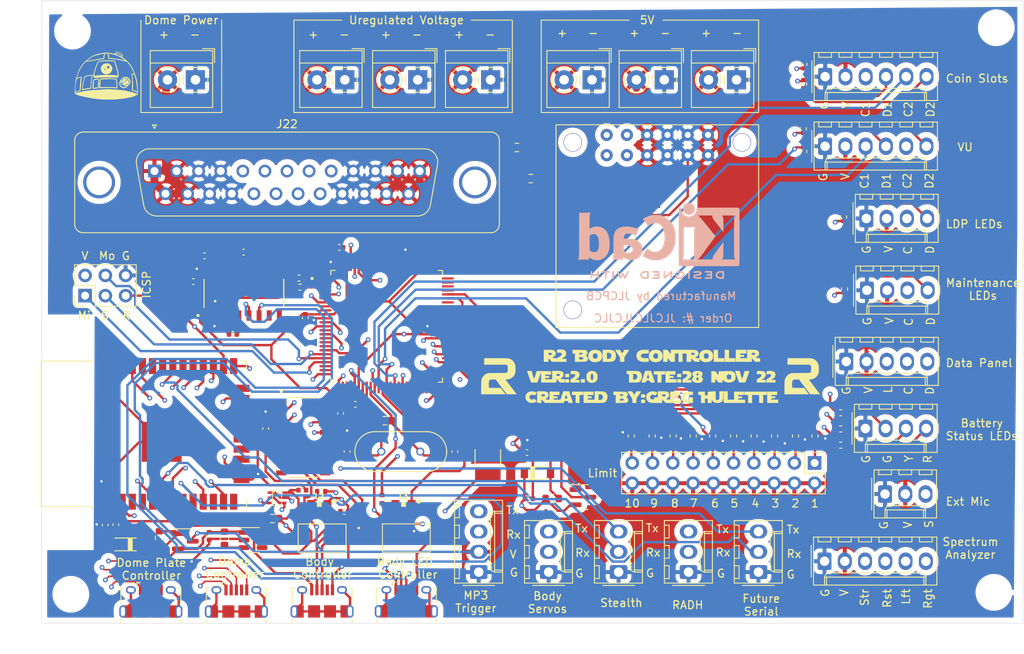
<source format=kicad_pcb>
(kicad_pcb (version 20211014) (generator pcbnew)
  (title_block (title "R2D2 LED Controller") (date "2022-01-26") (rev "1.0") (comment 1 "Created by Greg Hulette"))
  (layers (0 "F.Cu" signal) (1 "In1.Cu" signal) (2 "In2.Cu" signal) (31 "B.Cu" signal) (34 "B.Paste" user) (35 "F.Paste" user) (36 "B.SilkS" user "B.Silkscreen") (37 "F.SilkS" user "F.Silkscreen") (38 "B.Mask" user) (39 "F.Mask" user) (44 "Edge.Cuts" user))
  (net 0 "")
  (net 1 "+12V")
  (net 2 "GND")
  (net 3 "+5V")
  (net 4 "MAINT_CLOCK")
  (net 5 "LDP_CLOCK")
  (net 6 "VU1_CLOCK")
  (net 7 "VU2_CLOCK")
  (net 8 "CS2_CLOCK")
  (net 9 "CS1_CLOCK")
  (net 10 "DP_DATA_IN")
  (net 11 "DP_CLOCK")
  (net 12 "DP_LOAD")
  (net 13 "SPECTRUM_RIGHT")
  (net 14 "SPECTRUM_LEFT")
  (net 15 "VU_RESET")
  (net 16 "VU_STROBE")
  (net 17 "BATTERY_LEVEL")
  (net 18 "LDP_DATA")
  (net 19 "CS1_DATA")
  (net 20 "CS2_DATA")
  (net 21 "MAINT_DATA")
  (net 22 "VU1_DATA")
  (net 23 "VU2_DATA")
  (net 24 "+5V_BL")
  (net 25 "Net-(C6-Pad1)")
  (net 26 "RESET_BL")
  (net 27 "+3.3V_BC")
  (net 28 "RESET_BC")
  (net 29 "VIN_BC")
  (net 30 "VBUS_DC")
  (net 31 "D-_DC")
  (net 32 "D+_DC")
  (net 33 "VBUS_BC")
  (net 35 "TXD0_BL")
  (net 36 "RXD0_BL")
  (net 37 "GND_DC")
  (net 38 "Net-(F1-Pad1)")
  (net 39 "VBUS_BL")
  (net 40 "LIMIT7")
  (net 41 "LIMIT8")
  (net 42 "LIMIT9")
  (net 43 "LIMIT10")
  (net 44 "Net-(J6-Pad2)")
  (net 45 "Net-(J6-Pad3)")
  (net 46 "Net-(J6-Pad4)")
  (net 47 "D-_BL")
  (net 48 "D+_BL")
  (net 50 "unconnected-(J10-Pad6)")
  (net 51 "EXT_MIC")
  (net 52 "D-_BC")
  (net 53 "D+_BC")
  (net 55 "unconnected-(J11-Pad6)")
  (net 56 "unconnected-(J14-Pad6)")
  (net 57 "VBUS_DP")
  (net 58 "LIMIT1")
  (net 59 "LIMIT2")
  (net 60 "LIMIT3")
  (net 61 "LIMIT4")
  (net 62 "LIMIT5")
  (net 63 "LIMIT6")
  (net 64 "D-_DP")
  (net 65 "D+_DP")
  (net 66 "RX_MP")
  (net 67 "RX_ST")
  (net 68 "TX_MP")
  (net 69 "TX_ST")
  (net 71 "GND_DP")
  (net 72 "unconnected-(J15-Pad6)")
  (net 73 "YELLOW_LED")
  (net 74 "XTAL1")
  (net 75 "Net-(R2-Pad1)")
  (net 76 "Net-(R3-Pad1)")
  (net 77 "GREEN_LED")
  (net 78 "RED_LED")
  (net 79 "Net-(R22-Pad1)")
  (net 80 "SW_BATT_IN_POS")
  (net 85 "RX_BL")
  (net 86 "TX_BL")
  (net 95 "XTAL2")
  (net 134 "Net-(J4-Pad4)")
  (net 135 "Net-(J5-Pad4)")
  (net 136 "Net-(J5-Pad6)")
  (net 139 "Net-(J9-Pad4)")
  (net 146 "TX_BS")
  (net 148 "GPIO0_BC")
  (net 149 "RX_BS")
  (net 152 "TXD0_BC")
  (net 153 "RXD0_BC")
  (net 162 "DTR_BC")
  (net 163 "RTS_BC")
  (net 167 "unconnected-(J22-Pad0)")
  (net 172 "ST_LED_D_BL")
  (net 173 "ST_LED_D_BC")
  (net 177 "Net-(J27-Pad4)")
  (net 178 "Net-(L2-Pad3)")
  (net 179 "Net-(L3-Pad3)")
  (net 180 "Net-(J27-Pad6)")
  (net 181 "RX_FU")
  (net 182 "TX_FU")
  (net 183 "RX_RD")
  (net 184 "TX_RD")
  (net 192 "Net-(C5-Pad1)")
  (footprint "Resistor_SMD:R_0402_1005Metric" (layer "F.Cu") (at 170.47 58.04 90)
    (fp_text reference "R11" hide)
    (fp_text value "220")
  )
  (footprint "Resistor_SMD:R_0402_1005Metric" (layer "F.Cu") (at 170.53 49.95 -90)
    (fp_text reference "R8" hide)
    (fp_text value "220")
  )
  (footprint "Connector_Molex:Molex_KK-254_AE-6410-04A_1x04_P2.54mm_Vertical" (layer "F.Cu") (at 178.44 78.275)
    (fp_text reference "J9" hide)
    (fp_text value "Maintenance")
  )
  (footprint "Custom:SOD3716X135N" (layer "F.Cu") (at 85.5085 110.1285 180)
    (fp_text reference "CR2" hide)
    (fp_text value "B5819W-TP")
  )
  (footprint "Logos:R2_Logo_V2" (layer "F.Cu") (at 170.33 89.40817)
    (fp_text reference "G***" hide)
    (fp_text value "LOGO" hide)
  )
  (footprint "MountingHole:MountingHole_3.2mm_M3" (layer "F.Cu") (at 78.66 116.38)
    (fp_text reference "REF**" hide)
    (fp_text value "MountingHole_3.2mm_M3" hide)
  )
  (footprint "Resistor_SMD:R_0603_1608Metric" (layer "F.Cu") (at 89.77 109.31 -90)
    (fp_text reference "R21" hide)
    (fp_text value "100K")
  )
  (footprint "Resistor_SMD:R_0402_1005Metric" (layer "F.Cu") (at 156.67 96.54 90)
    (fp_text reference "R35" hide)
    (fp_text value "10K")
  )
  (footprint "Resistor_SMD:R_0402_1005Metric" (layer "F.Cu") (at 107.26 76.75)
    (fp_text reference "R3" hide)
    (fp_text value "1K")
  )
  (footprint "Logos:Dome_Icon" (layer "F.Cu") (at 83.12 51.38)
    (fp_text reference "G***" hide)
    (fp_text value "LOGO" hide)
  )
  (footprint "Capacitor_SMD:C_0402_1005Metric" (layer "F.Cu") (at 112.31 72.91 180)
    (fp_text reference "C10" hide)
    (fp_text value ".1uF")
  )
  (footprint "Connector_Molex:Molex_KK-254_AE-6410-06A_1x06_P2.54mm_Vertical" (layer "F.Cu") (at 173.21 51.50375)
    (fp_text reference "J5" hide)
    (fp_text value "Coin Slots")
  )
  (footprint "Resistor_SMD:R_0402_1005Metric" (layer "F.Cu") (at 175.16 97.69 180)
    (fp_text reference "R14" hide)
    (fp_text value "220")
  )
  (footprint "TerminalBlock_4Ucon:TerminalBlock_4Ucon_1x02_P3.50mm_Horizontal" (layer "F.Cu") (at 143.99 51.9 180)
    (fp_text reference "J17" hide)
    (fp_text value "RADH_POW")
  )
  (footprint "Custom:WS2812B-2020" (layer "F.Cu") (at 109.8125 105.715)
    (fp_text reference "L2")
    (fp_text value "WS2812B-2020")
  )
  (footprint "Package_TO_SOT_SMD:SOT-23" (layer "F.Cu") (at 142.85 104.21)
    (fp_text reference "U3" hide)
    (fp_text value "CJ2301_S1")
  )
  (footprint "Connector_USB:USB_Micro-B_Amphenol_10118194_Horizontal" (layer "F.Cu") (at 110.155 117.23)
    (fp_text reference "J11" hide)
    (fp_text value "USB_B_Micro")
  )
  (footprint "Custom:GT-TC057A-H050-L1" (layer "F.Cu") (at 120.7125 109.33)
    (fp_text reference "SW1" hide)
    (fp_text value "SW_Push")
  )
  (footprint "Resistor_SMD:R_0402_1005Metric" (layer "F.Cu") (at 117.66 104.46 90)
    (fp_text reference "R26" hide)
    (fp_text value "220")
  )
  (footprint "Connector_Molex:Molex_KK-254_AE-6410-05A_1x05_P2.54mm_Vertical" (layer "F.Cu") (at 175.85 87.20875)
    (fp_text reference "J7" hide)
    (fp_text value "Data Panel/ CBI")
  )
  (footprint "Connector_Molex:Molex_KK-254_AE-6410-03A_1x03_P2.54mm_Vertical" (layer "F.Cu") (at 180.71 103.81625)
    (fp_text reference "J1" hide)
    (fp_text value "Body Servos")
  )
  (footprint "Custom:GT-TC057A-H050-L1" (layer "F.Cu") (at 110.155 109.34)
    (fp_text reference "SW2" hide)
    (fp_text value "SW_Push")
  )
  (footprint "Custom:WS2812B-2020" (layer "F.Cu") (at 120.37 105.715)
    (fp_text reference "L3")
    (fp_text value "WS2812B-2020")
  )
  (footprint "Capacitor_SMD:C_0402_1005Metric" (layer "F.Cu") (at 114.33 92.57)
    (fp_text reference "C9" hide)
    (fp_text value ".1uF")
  )
  (footprint "Connector_USB:USB_Micro-B_Amphenol_10118194_Horizontal" (layer "F.Cu") (at 99.41 117.24)
    (fp_text reference "J15" hide)
    (fp_text value "DomePlateControllerUSB")
  )
  (footprint "Capacitor_SMD:C_0402_1005Metric" (layer "F.Cu") (at 95.41 73.96 180)
    (fp_text reference "C3" hide)
    (fp_text value "10uF")
  )
  (footprint "Resistor_SMD:R_0402_1005Metric" (layer "F.Cu") (at 161.74 96.54 90)
    (fp_text reference "R33" hide)
    (fp_text value "10K")
  )
  (footprint "Connector_Dsub:DSUB-25_Male_Vertical_P2.77x2.84mm_MountingHoles" (layer "F.Cu") (at 89.14 63.335338)
    (fp_text reference "J22")
    (fp_text value "DB25_Male_MountingHoles")
  )
  (footprint "Capacitor_SMD:C_0402_1005Metric" (layer "F.Cu") (at 108.05 81.75 -90)
    (fp_text reference "C11" hide)
    (fp_text value ".1uF")
  )
  (footprint "Resistor_SMD:R_0402_1005Metric" (layer "F.Cu") (at 154.16 96.54 90)
    (fp_text reference "R36" hide)
    (fp_text value "10K")
  )
  (footprint "Capacitor_SMD:C_0402_1005Metric" (layer "F.Cu") (at 112.93 105.99)
    (fp_text reference "C18" hide)
    (fp_text value "1uF")
  )
  (footprint "TerminalBlock_4Ucon:TerminalBlock_4Ucon_1x02_P3.50mm_Horizontal" (layer "F.Cu") (at 94.28 51.9 180)
    (fp_text reference "J21" hide)
    (fp_text value "DomeElectronicsPowerIn")
  )
  (footprint "Capacitor_SMD:C_0402_1005Metric" (layer "F.Cu") (at 113.29 98.5 90)
    (fp_text reference "C1" hide)
    (fp_text value "20pF")
  )
  (footprint "Resistor_SMD:R_0402_1005Metric" (layer "F.Cu") (at 151.53 96.54 90)
    (fp_text reference "R37" hide)
    (fp_text value "10K")
  )
  (footprint "Resistor_SMD:R_0402_1005Metric" (layer "F.Cu") (at 107.38 77.89)
    (fp_text reference "R2" hide)
    (fp_text value "1K")
  )
  (footprint "Resistor_SMD:R_0402_1005Metric" (layer "F.Cu") (at 170.51 52.44 90)
    (fp_text reference "R9" hide)
    (fp_text value "220")
  )
  (footprint "Resistor_SMD:R_0402_1005Metric" (layer "F.Cu") (at 110.04 103.49)
    (fp_text reference "R27" hide)
    (fp_text value "220")
  )
  (footprint "Connector_Molex:Molex_KK-254_AE-6410-03A_1x03_P2.54mm_Vertical" (layer "F.Cu") (at 164.85 113.6 90)
    (fp_text reference "J24" hide)
    (fp_text value "Future")
  )
  (footprint "Custom:XTAL_HC49P488W46L1150T500H350" (layer "F.Cu") (at 120.02 98.5)
    (fp_text reference "Y1" hide)
    (fp_text value "16MHz")
  )
  (footprint "Connector_Molex:Molex_KK-254_AE-6410-04A_1x04_P2.54mm_Vertical" (layer "F.Cu") (at 129.79 113.6 90)
    (fp_text reference "J13" hide)
    (fp_text value "Batt Level LEDS")
  )
  (footprint "Resistor_SMD:R_0603_1608Metric" (layer "F.Cu") (at 136.32 64.28)
    (fp_text reference "R19" hide)
    (fp_text value "22K")
  )
  (footprint "Connector_Molex:Molex_KK-254_AE-6410-06A_1x06_P2.54mm_Vertical" (layer "F.Cu") (at 173.2 60.2275)
    (fp_text reference "J27" hide)
    (fp_text value "VU Data Panel")
  )
  (footprint "TerminalBlock_4Ucon:TerminalBlock_4Ucon_1x02_P3.50mm_Horizontal" (layer "F.Cu") (at 122.145 51.9 180)
    (fp_text reference "J12" hide)
    (fp_text value "UnSW_BATT_IN")
  )
  (footprint "Capacitor_SMD:C_0402_1005Metric" (layer "F.Cu") (at 103.08 95.61 90)
    (fp_text reference "C16" hide)
    (fp_text value "100nF")
  )
  (footprint "Package_TO_SOT_SMD:SOT-23" (layer "F.Cu") (at 93.01 109.73)
    (fp_text reference "U8" hide)
    (fp_text value "CJ2301_S1")
  )
  (footprint "Resistor_SMD:R_0402_1005Metric" (layer "F.Cu") (at 175.16 95.66 180)
    (fp_text reference "R13" hide)
    (fp_text value "220")
  )
  (footprint "Connector_Molex:Molex_KK-254_AE-6410-04A_1x04_P2.54mm_Vertical" (layer "F.Cu") (at 178.37 69.28125)
    (fp_text reference "J4" hide)
    (fp_text value "LDP")
  )
  (footprint "Resistor_SMD:R_0402_1005Metric" (layer "F.Cu") (at 169.49 96.54 90)
    (fp_text reference "R30" hide)
    (fp_text value "10K")
  )
  (footprint "Resistor_SMD:R_0603_1608Metric" (layer "F.Cu") (at 118.01 94.62 180)
    (fp_text reference "R1" hide)
    (fp_text value "1M")
  )
  (footprint "Resistor_SMD:R_0603_1608Metric" (layer "F.Cu") (at 103.92 106.89)
    (fp_text reference "R20" hide)
    (fp_text value "10K")
  )
  (footprint "Capacitor_SMD:C_0402_1005Metric" (layer "F.Cu") (at 82.97 107.7 -90)
    (fp_text reference "C12" hide)
    (fp_text value "10uF")
  )
  (footprint "Resistor_SMD:R_0402_1005Metric" (layer "F.Cu") (at 175.52 69.09 -90)
    (fp_text reference "R6" hide)
    (fp_text value "220")
  )
  (footprint "Resistor_SMD:R_0402_1005Metric" (layer "F.Cu") (at 170.52 60.88 -90)
    (fp_text reference "R10" hide)
    (fp_text value "220")
  )
  (footprint "TerminalBlock_4Ucon:TerminalBlock_4Ucon_1x02_P3.50mm_Horizontal" (layer "F.Cu") (at 131.28 51.9 180)
    (fp_text reference "J16" hide)
    (fp_text value "UnSW_BATT_PASS")
  )
  (footprint "MountingHole:MountingHole_3.2mm_M3" (layer "F.Cu") (at 194.36 116.14)
    (fp_text reference "REF**" hide)
    (fp_text value "MountingHole_3.2mm_M3" hide)
  )
  (footprint "Logos:BodyControllerV2" (layer "F.Cu") (at 151.269466 88.757185)
    (fp_text reference "G***" hide)
    (fp_text value "LOGO" hide)
  )
  (footprint "Connector_PinHeader_2.54mm:PinHeader_2x03_P2.54mm_Vertical" (layer "F.Cu") (at 80.45 78.95 90)
    (fp_text reference "J20" hide)
    (fp_text value "ICSP")
  )
  (footprint "Connector_USB:USB_Micro-B_Amphenol_10118194_Horizontal" (layer "F.Cu") (at 120.7125 117.22)
    (fp_text reference "J10" hide)
    (fp_text value "USB_B_Micro")
  )
  (footprint "Custom:QFP50P1600X1600X120-100N" (layer "F.Cu") (at 118.245 82.795)
    (fp_text reference "U1" hide)
    (fp_text value "ATMEGA256016AU")
  )
  (footprint "Resistor_SMD:R_0402_1005Metric" (layer "F.Cu") (at 171.93 96.54 90)
    (fp_text reference "R29" hide)
    (fp_text value "10K")
  )
  (footprint "Resistor_SMD:R_0402_1005Metric" (layer "F.Cu") (at 159.11 96.54 90)
    (fp_text reference "R34" hide)
    (fp_text value "10K")
  )
  (footprint "Resistor_SMD:R_0603_1608Metric" (layer "F.Cu") (at 97.92 109.36 90)
    (fp_text reference "R22" hide)
    (fp_text value "100K")
  )
  (footprint "Connector_Molex:Molex_KK-254_AE-6410-03A_1x03_P2.54mm_Vertical" (layer "F.Cu") (at 138.555 113.6 90)
    (fp_text reference "J2" hide)
    (fp_text value "Body Servos")
  )
  (footprint "Pololu:D36V50F5-STEPDOWN" (layer "F.Cu") (at 152.175 70.235 180)
    (fp_text reference "U14" hide)
    (fp_text value "D36V50F5-STEPDOWN")
  )
  (footprint "Connector_PinHeader_2.54mm:PinHeader_2x10_P2.54mm_Vertical" (layer "F.Cu") (at 171.89 99.92 -90)
    (fp_text reference "J3" hide)
    (fp_text value "Conn_02x10_Odd_Even")
  )
  (footprint "Custom:UMT6" (layer "F.Cu") (at 104.505 104.2858)
    (fp_text reference "U6" hide)
    (fp_text value "UMH3N")
  )
  (footprint "Capacitor_SMD:C_0402_1005Metric" (layer "F.Cu") (at 98.97 83.8 180)
    (fp_text reference "C5" hide)
    (fp_text value ".1uF")
  )
  (footprint "Custom:SOIC127P600X180-16N" (layer "F.Cu") (at 107.795 96.72)
    (fp_text reference "U5" hide)
    (fp_text value "CH340C")
  )
  (footprint "Package_TO_SOT_SMD:SOT-23-5" (layer "F.Cu") (at 101.5 109.58)
    (fp_text reference "U7" hide)
    (fp_text value "ME6211C33M5G")
  )
  (footprint "Custom:SOD3716X135N" (layer "F.Cu") (at 137.1485 101.2085)
    (fp_text reference "CR1" hide)
    (fp_text value "B5819W-TP")
  )
  (footprint "Connector_Molex:Molex_KK-254_AE-6410-03A_1x03_P2.54mm_Vertical" (layer "F.Cu") (at 147.32 113.6 90)
    (fp_text reference "J25" hide)
    (fp_text value "Stealth")
  )
  (footprint "Resistor_SMD:R_0603_1608Metric" (layer "F.Cu") (at 134.57 60.38)
    (fp_text reference "R18" hide)
    (fp_text value "57K")
  )
  (footprint "Capacitor_SMD:C_0402_1005Metric" (layer "F.Cu") (at 112.48 93.71 -90)
    (fp_text reference "C15" hide)
    (fp_text value "10uF")
  )
  (footprint "Connector_Molex:Molex_KK-254_AE-6410-03A_1x03_P2.54mm_Vertical" (layer "F.Cu") (at 156.085 113.6 90)
    (fp_text reference "J26" hide)
    (fp_text value "RADH")
  )
  (footprint "Custom:FUSM4632X85" (layer "F.Cu") (at 130.9285 99.3385 90)
    (fp_text reference "F1" hide)
    (fp_text value "MF-MSMF050-2")
  )
  (footprint "Resistor_SMD:R_0402_1005Metric" (layer "F.Cu") (at 148.91 96.54 90)
    (fp_text reference "R38" hide)
    (fp_text value "10K")
  )
  (footprint "MountingHole:MountingHole_3.2mm_M3" (layer "F.Cu") (at 78.87 45.79)
    (fp_text reference "REF**" hide)
    (fp_text value "MountingHole_3.2mm_M3" hide)
  )
  (footprint "TerminalBlock_4Ucon:TerminalBlock_4Ucon_1x02_P3.50mm_Horizontal" (layer "F.Cu") (at 162.1 51.9 180)
    (fp_text reference "J19" hide)
    (fp_text value "5V_OUT_3")
  )
  (footprint "Resistor_SMD:R_0603_1608Metric" (layer "F.Cu") (at 138.99 104.38)
    (fp_text reference "R17" hide)
    (fp_text value "10K")
  )
  (footprint "RF_Module:ESP32-WROOM-32" (layer "F.Cu") (at 90.81 96.28 90)
    (fp_text reference "U4" hide)
    (fp_text value "ESP32-WROOM-32D_16MB_")
  )
  (footprint "Capacitor_SMD:C_0402_1005Metric" (layer "F.Cu") (at 107.67 103.33)
    (fp_text reference "C14" hide)
    (fp_text value "100nF")
  )
  (footprint "Capacitor_SMD:C_0402_1005Metric" (layer "F.Cu") (at 84.3 107.66 -90)
    (fp_text reference "C13" hide)
    (fp_text value "100nF")
  )
  (footprint "Connector_Molex:Molex_KK-254_AE-6410-06A_1x06_P2.54mm_Vertical" (layer "F.Cu") (at 173.13 112.24)
    (fp_text reference "J8" hide)
    (fp_text value "Spectrum Analyzer")
  )
  (footprint "Resistor_SMD:R_0402_1005Metric" (layer "F.Cu") (at 175.16 93.63 180)
    (fp_text reference "R12" hide)
    (fp_text value "220")
  )
  (footprint "Resistor_SMD:R_0402_1005Metric" (layer "F.Cu") (at 164.3 96.54 90)
    (fp_text reference "R32" hide)
    (fp_text value "10K")
  )
  (footprint "Custom:SOIC127P600X180-16N" (layer "F.Cu") (at 100.355 78.69 90)
    (fp_text reference "U2" hide)
    (fp_text value "CH340C")
  )
  (footprint "MountingHole:MountingHole_3.2mm_M3" (layer "F.Cu") (at 194.66 45.37)
    (fp_text reference "REF**" hide)
    (fp_text value "MountingHole_3.2mm_M3" hide)
  )
  (footprint "Capacitor_SMD:C_0402_1005Metric" (layer "F.Cu") (at 100.32 73.5)
    (fp_text reference "C6" hide)
    (fp_text value ".1uF")
  )
  (footprint "TerminalBlock_4Ucon:TerminalBlock_4Ucon_1x02_P3.50mm_Horizontal" (layer "F.Cu") (at 113.01 51.9 180)
    (fp_text reference "J23" hide)
    (fp_text value "Amplifier_POW")
  )
  (footprint "Capacitor_SMD:C_0402_1005Metric" (layer "F.Cu") (at 96 109.08 90)
    (fp_text reference "C17" hide)
    (fp_text value "1uF")
  )
  (footprint "Capacitor_SMD:C_0402_1005Metric" (layer "F.Cu") (at 126.79 98.5 90)
    (fp_text reference "C2" hide)
    (fp_text value "20pF")
  )
  (footprint "Logos:R2_Logo_V2" (layer "F.Cu") (at 132.309044 89.40817)
    (fp_text reference "G***" hide)
    (fp_text value "LOGO" hide)
  )
  (footprint "TerminalBlock_4Ucon:TerminalBlock_4Ucon_1x02_P3.50mm_Horizontal" (layer "F.Cu") (at 153.045 51.9 180)
    (fp_text reference "J18" hide)
    (fp_text value "RASP_POW")
  )
  (footprint "Capacitor_SMD:C_0402_1005Metric" (layer "F.Cu") (at 94.02 77.19)
    (fp_text reference "C4" hide)
    (fp_text value ".1uF")
  )
  (footprint "Resistor_SMD:R_0402_1005Metric" (layer "F.Cu") (at 175.64 78.11 90)
    (fp_text reference "R7" hide)
    (fp_text value "220")
  )
  (footprint "Resistor_SMD:R_0402_1005Metric" (layer "F.Cu") (at 166.87 96.54 90)
    (fp_text reference "R31" hide)
    (fp_text value "10K")
  )
  (footprint "Connector_Molex:Molex_KK-254_AE-6410-04A_1x04_P2.54mm_Vertical" (layer "F.Cu") (at 178.25 95.6025)
    (fp_text reference "J6" hide)
    (fp_text value "Batt Level LEDS")
  )
  (footprint "Capacitor_SMD:C_0402_1005Metric" (layer "F.Cu") (at 135.83 98.62)
    (fp_text reference "C7" hide)
    (fp_text value ".1uF")
  )
  (footprint "Capacitor_SMD:C_0402_1005Metric" (layer "F.Cu") (at 136.09 104.4)
    (fp_text reference "C8" hide)
    (fp_text value ".1uF")
  )
  (footprint "Connector_USB:USB_Micro-B_Amphenol_10118194_Horizontal" (layer "F.Cu") (at 88.69 117.24)
    (fp_text reference "J14" hide)
    (fp_text value "DomeControllerUSB" hide)
  )
  (footprint "Symbol:KiCad-Logo2_8mm_SilkScreen" (layer "B.Cu") (at 152.35 71.26 180)
    (fp_text reference "REF**" hide)
    (fp_text value "KiCad-Logo2_8mm_SilkScreen" hide)
  )
  (gr_line (start 87.45 56) (end 87.45 44.42) (layer "F.SilkS") (width 0.12))
  (gr_line (start 97.57 56) (end 97.57 44.42) (layer "F.SilkS") (width 0.12))
  (gr_line (start 152.87 44.42) (end 164.87 44.42) (layer "F.SilkS") (width 0.12))
  (gr_line (start 106.62 44.42) (end 112.62 44.42) (layer "F.SilkS") (width 0.12))
  (gr_line (start 128.87 44.42) (end 133.87 44.42) (layer "F.SilkS") (width 0.12))
  (gr_line (start 87.45 56) (end 97.57 56) (layer "F.SilkS") (width 0.12))
  (gr_line (start 164.87 56) (end 164.87 44.4) (layer "F.SilkS") (width 0.12))
  (gr_line (start 106.62 55.96) (end 106.62 44.42) (layer "F.SilkS") (width 0.12))
  (gr_line (start 134 56) (end 134 44.42) (layer "F.SilkS") (width 0.12))
  (gr_line (start 137.62 56) (end 164.87 56) (layer "F.SilkS") (width 0.12))
  (gr_line (start 137.63 56) (end 137.62 44.42) (layer "F.SilkS") (width 0.12))
  (gr_line (start 106.62 56) (end 134 56) (layer "F.SilkS") (width 0.12))
  (gr_line (start 137.62 44.42) (end 148.62 44.42) (layer "F.SilkS") (width 0.12))
  (gr_line (start 75 120) (end 198 120) (layer "Edge.Cuts") (width 0.05))
  (gr_line (start 198 120) (end 198 42) (layer "Edge.Cuts") (width 0.05))
  (gr_line (start 198 42) (end 75 42) (layer "Edge.Cuts") (width 0.05))
  (gr_line (start 75 42) (end 75 120) (layer "Edge.Cuts") (width 0.05))
  (gr_text "Order #: JLCJLCJLCJLC" (at 152.908 81.788) (layer "B.SilkS") (effects (font (size 1 1)) (justify mirror)))
  (gr_text "Manufactured by JLCPCB" (at 152.654 78.994) (layer "B.SilkS") (effects (font (size 1 1)) (justify mirror)))
  (gr_text "C2" (at 183.51 64.566191 90) (layer "F.SilkS") (effects (font (size 1 1))))
  (gr_text "5" (at 161.83 104.99) (layer "F.SilkS") (effects (font (size 1 1))))
  (gr_text "Mi" (at 80.34 81.44) (layer "F.SilkS") (effects (font (size 1 1))))
  (gr_text "4" (at 164.46 104.99) (layer "F.SilkS") (effects (font (size 1 1))))
  (gr_text "+" (at 118.15 46.21) (layer "F.SilkS") (effects (font (size 1 1))))
  (gr_text "Rgt" (at 186.1 116.941904 90) (layer "F.SilkS") (effects (font (size 1 1))))
  (gr_text "MP3\nTrigger" (at 129.43 117.33) (layer "F.SilkS") (effects (font (size 1 1))))
  (gr_text "Uregulated Voltage" (at 120.73 44.42) (layer "F.SilkS") (effects (font (size 1 1))))
  (gr_text "Str" (at 178.15 116.775238 90) (layer "F.SilkS") (effects (font (size 1 1))))
  (gr_text "Body \nController" (at 110.23 113.1) (layer "F.SilkS") (effects (font (size 1 1))))
  (gr_text "C1" (at 178.27 55.6 90) (layer "F.SilkS") (effects (font (size 1 1))))
  (gr_text "D1" (at 181.03 55.6 90) (layer "F.SilkS") (effects (font (size 1 1))))
  (gr_text "G" (at 160.144286 113.77) (layer "F.SilkS") (effects (font (size 1 1))))
  (gr_text "R" (at 85.65 81.46) (layer "F.SilkS") (effects (font (size 1 1))))
  (gr_text "10" (at 149.02 104.99) (layer "F.SilkS") (effects (font (size 1 1))))
  (gr_text "Rx" (at 169.299048 111.32) (layer "F.SilkS") (effects (font (size 1 1))))
  (gr_text "Maintenance\nLEDs" (at 192.988095 78.15) (layer "F.SilkS") (effects (font (size 1 1))))
  (gr_text "-" (at 122.04 46.21) (layer "F.SilkS") (effects (font (size 1 1))))
  (gr_text "G" (at 85.55 73.98) (layer "F.SilkS") (effects (font (size 1 1))))
  (gr_text "Tx" (at 142.68 108.13) (layer "F.SilkS") (effects (font (size 1 1))))
  (gr_text "Tx" (at 169.18 108.26) (layer "F.SilkS") (effects (font (size 1 1))))
  (gr_text "S" (at 82.94 81.45) (layer "F.SilkS") (effects (font (size 1 1))))
  (gr_text "7" (at 156.73 104.99) (layer "F.SilkS") (effects (font (size 1 1))))
  (gr_text "S" (at 186.22 107.59 90) (layer "F.SilkS") (effects (font (size 1 1))))
  (gr_text "L" (at 181.09 90.764762 90) (layer "F.SilkS") (effects (font (size 1 1))))
  (gr_text "D2" (at 186.27 64.566191 90) (layer "F.SilkS") (effects (font (size 1 1))))
  (gr_text "-" (at 112.95 46.21) (layer "F.SilkS") (effects (font (size 1 1))))
  (gr_text "-" (at 144.14 46.02) (layer "F.SilkS") (effects (font (size 1 1))))
  (gr_text "V" (at 181.16 73.118572 90) (layer "F.SilkS") (effects (font (size 1 1))))
  (gr_text "C" (at 183.65 90.86 90) (layer "F.SilkS") (effects (font (size 1 1))))
  (gr_text "C1" (at 178.14 64.566191 90) (layer "F.SilkS") (effects (font (size 1 1))))
  (gr_text "G" (at 173.22 116.203809 90) (layer "F.SilkS") (effects (font (size 1 1))))
  (gr_text "Coin Slots" (at 192.25 51.73) (layer "F.SilkS") (effects (font (size 1 1))))
  (gr_text "G" (at 168.894286 113.91) (layer "F.SilkS") (effects (font (size 1 1))))
  (gr_text "+" (at 127.33 46.21) (layer "F.SilkS") (effects (font (size 1 1))))
  (gr_text "-" (at 153.19 46.02) (layer "F.SilkS") (effects (font (size 1 1))))
  (gr_text "V" (at 183.57 107.68 90) (layer "F.SilkS") (effects (font (size 1 1))))
  (gr_text "G" (at 175.87 90.86 90) (layer "F.SilkS") (effects (font (size 1 1))))
  (gr_text "Y" (at 183.69 99.368572 90) (layer "F.SilkS") (effects (font (size 1 1))))
  (gr_text "5V" (at 150.9 44.42) (layer "F.SilkS") (effects (font (size 1 1))))
  (gr_text "Rx" (at 160.399048 111.13) (layer "F.SilkS") (effects (font (size 1 1))))
  (gr_text "Rst" (at 180.99 116.894285 90) (layer "F.SilkS") (effects (font (size 1 1))))
  (gr_text "8" (at 154.36 104.99) (layer "F.SilkS") (effects (font (size 1 1))))
  (gr_text "3" (at 166.97 104.99) (layer "F.SilkS") (effects (font (size 1 1))))
  (gr_text "G" (at 134.194286 113.65) (layer "F.SilkS") (effects (font (size 1 1))))
  (gr_text "G" (at 151.254286 113.74) (layer "F.SilkS") (effects (font (size 1 1))))
  (gr_text "V" (at 175.85 55.052381 90) (layer "F.SilkS") (effects (font (size 1 1))))
  (gr_text "R" (at 186.06 99.44 90) (layer "F.SilkS") (effects (font (size 1 1))))
  (gr_text "Battery\nStatus LEDs" (at 192.845238 95.74) (layer "F.SilkS") (effects (font (size 1 1))))
  (gr_text "Body LED \nController" (at 120.9 113.1) (layer "F.SilkS") (effects (font (size 1 1))))
  (gr_text "2" (at 169.47 104.99) (layer "F.SilkS") (effects (font (size 1 1))))
  (gr_text "V" (at 134.1 111.37) (layer "F.SilkS") (effects (font (size 1 1))))
  (gr_text "-" (at 131.22 46.21) (layer "F.SilkS") (effects (font (size 1 1))))
  (gr_text "1" (at 171.92 104.99) (layer "F.SilkS") (effects (font (size 1 1))))
  (gr_text "Rx" (at 142.799048 111.19) (layer "F.SilkS") (effects (font (size 1 1))))
  (gr_text "D" (at 186.44 82.168572 90) (layer "F.SilkS") (effects (font (size 1 1))))
  (gr_text "Tx" (at 134.01 105.84) (layer "F.SilkS") (effects (font (size 1 1))))
  (gr_text "C" (at 183.68 82.24 90) (layer "F.SilkS") (effects (font (size 1 1))))
  (gr_text "+" (at 90.34 46.21) (layer "F.SilkS") (effects (font (size 1 1))))
  (gr_text "G" (at 180.57 107.73 90) (layer "F.SilkS") (effects (font (size 1 1))))
  (gr_text "G" (at 178.4 73.19 90) (layer "F.SilkS") (effects (font (size 1 1))))
  (gr_text "-" (at 94.23 46.21) (layer "F.SilkS") (effects (font (size 1 1))))
  (gr_text "Tx" (at 160.35 108.24) (layer "F.SilkS") (effects (font (size 1 1))))
  (gr_text "Limit" (at 145.3 101.2) (layer "F.SilkS") (effects (font (size 1 1))))
  (gr_text "Lft" (at 183.33 116.68 90) (layer "F.SilkS") (effects (font (size 1 1))))
  (gr_text "Dome Power" (at 92.49 44.42) (layer "F.SilkS") (effects (font (size 1 1))))
  (gr_text "+" (at 109.06 46.21) (layer "F.SilkS") (effects (font (size 1 1))))
  (gr_text "Rx" (at 151.659048 111.15) (layer "F.SilkS") (effects (font (size 1 1))))
  (gr_text "+" (at 149.3 46.02) (layer "F.SilkS") (effects (font (size 1 1))))
  (gr_text "C" (at 183.58 73.27 90) (layer "F.SilkS") (effects (font (size 1 1))))
  (gr_text "Body\nServos" (at 138.41 117.41) (layer "F.SilkS") (effects (font (size 1 1))))
  (gr_text "D2" (at 186.4 55.6 90) (layer "F.SilkS") (effects (font (size 1 1))))
  (gr_text "-" (at 162.18 46.02) (layer "F.SilkS") (effects (font (size 1 1))))
  (gr_text "9" (at 151.76 104.99) (layer "F.SilkS") (effects (font (size 1 1))))
  (gr_text "V" (at 178.63 90.788572 90) (layer "F.SilkS") (effects (font (size 1 1))))
  (gr_text "RADH" (at 155.98 117.73) (layer "F.SilkS") (effects (font (size 1 1))))
  (gr_text "G" (at 173.09 55.123809 90) (layer "F.SilkS") (effects (font (size 1 1))))
  (gr_text "6" (at 159.4 104.99) (layer "F.SilkS") (effects (font (size 1 1))))
  (gr_text "V" (at 175.72 64.018572 90) (layer "F.SilkS") (effects (font (size 1 1))))
  (gr_text "G" (at 142.394286 113.78) (layer "F.SilkS") (effects (font (size 1 1))))
  (gr_text "Tx" (at 151.54 108.09) (layer "F.SilkS") (effects (font (size 1 1))))
  (gr_text "Future\nSerial" (at 165.2 117.73) (layer "F.SilkS") (effects (font (size 1 1))))
  (gr_text "Spectrum\nAnalyzer" (at 191.417619 110.61) (layer "F.SilkS") (effects (font (size 1 1))))
  (gr_text "D1" (at 180.9 64.566191 90) (layer "F.SilkS") (effects (font (size 1 1))))
  (gr_text "C2" (at 183.64 55.6 90) (layer "F.SilkS") (effects (font (size 1 1))))
  (gr_text "Dome\nController" (at 99.21 113.05) (layer "F.SilkS") (effects (font (size 1 1))))
  (gr_text "LDP LEDs" (at 191.892857 69.98) (layer "F.SilkS") (effects (font (size 1 1))))
  (gr_text "+" (at 140.25 46.02) (layer "F.SilkS") (effects (font (size 1 1))))
  (gr_text "G" (at 172.96 64.09 90) (layer "F.SilkS") (effects (font (size 1 1))))
  (gr_text "G" (at 178.5 82.16 90) (layer "F.SilkS") (effects (font (size 1 1))))
  (gr_text "V" (at 175.58 116.18 90) (layer "F.SilkS") (effects (font (size 1 1))))
  (gr_text "G" (at 178.33 99.44 90) (layer "F.SilkS") (effects (font (size 1 1))))
  (gr_text "Data Panel" (at 192.511904 87.39) (layer "F.SilkS") (effects (font (size 1 1))))
  (gr_text "Ext Mic" (at 191.107143 104.76) (layer "F.SilkS") (effects (font (size 1 1))))
  (gr_text "+" (at 158.29 46.02) (layer "F.SilkS") (effects (font (size 1 1))))
  (gr_text "Stealth" (at 147.66 117.46) (layer "F.SilkS") (effects (font (size 1 1))))
  (gr_text "V" (at 80.43 73.97) (layer "F.SilkS") (effects (font (size 1 1))))
  (gr_text "D" (at 186.33 90.86 90) (layer "F.SilkS") (effects (font (size 1 1))))
  (gr_text "Rx" (at 134.129048 108.9) (layer "F.SilkS") (effects (font (size 1 1))))
  (gr_text "Dome Plate\nController" (at 88.76 113.23) (layer "F.SilkS") (effects (font (size 1 1))))
  (gr_text "V" (at 181.26 82.088572 90) (layer "F.SilkS") (effects (font (size 1 1))))
  (gr_text "D" (at 186.34 73.198572 90) (layer "F.SilkS") (effects (font (size 1 1))))
  (gr_text "ICSP" (at 88.16 77.57 90) (layer "F.SilkS") (effects (font (size 1 1))))
  (gr_text "VU\n" (at 190.758571 60.33) (layer "F.SilkS") (effects (font (size 1 1))))
  (gr_text "G" (at 181.01 99.44 90) (layer "F.SilkS") (effects (font (size 1 1))))
  (gr_text "Mo" (at 83.21 73.95) (layer "F.SilkS") (effects (font (size 1 1))))
  (segment (start 81.9 105.435) (end 82.555 104.78) (width 0.3) (layer "F.Cu") (net 2))
  (segment (start 171.93 96.03) (end 172.41 96.03) (width 0.3) (layer "F.Cu") (net 2))
  (segment (start 113.29 95.86) (end 113.29 95) (width 0.3) (layer "F.Cu") (net 2))
  (segment (start 136.57 104.4) (end 136.57 98.88) (width 0.3) (layer "F.Cu") (net 2))
  (segment (start 122.0125 115.82) (end 122.0125 111.32) (width 0.3) (layer "F.Cu") (net 2))
  (segment (start 124.0025 106.8825) (end 122.185 105.065) (width 0.3) (layer "F.Cu") (net 2))
  (segment (start 160.23 97.15) (end 160.38 97.15) (width 0.3) (layer "F.Cu") (net 2))
  (segment (start 136.57 98.88) (end 136.31 98.62) (width 0.3) (layer "F.Cu") (net 2))
  (segment (start 151.53 96.03) (end 151.95 96.03) (width 0.3) (layer "F.Cu") (net 2))
  (segment (start 111.24 74.73) (end 111.24 73.5) (width 0.3) (layer "F.Cu") (net 2))
  (segment (start 82.555 102.285) (end 82.555 104.78) (width 0.3) (layer "F.Cu") (net 2))
  (segment (start 81.9 107.62) (end 81.9 105.435) (width 0.3) (layer "F.Cu") (net 2))
  (segment (start 137.145 64.28) (end 137.145 66.535) (width 0.3) (layer "F.Cu") (net 2))
  (segment (start 103.53 102.71) (end 102.125 101.305) (width 0.3) (layer "F.Cu") (net 2))
  (segment (start 154.98 96.85) (end 155.13 96.85) (width 0.3) (layer "F.Cu") (net 2))
  (segment (start 115.245 92.135) (end 114.81 92.57) (width 0.3) (layer "F.Cu") (net 2))
  (segment (start 96 109.56) (end 96.12452 109.43548) (width 0.3) (layer "F.Cu") (net 2))
  (segment (start 82.555 87.78) (end 82.555 89.78) (width 0.3) (layer "F.Cu") (net 2))
  (segment (start 122.54 109.33) (end 121.68 108.47) (width 0.3) (layer "F.Cu") (net 2))
  (segment (start 95.91 82.01) (end 95.91 81.44) (width 0.3) (layer "F.Cu") (net 2))
  (segment (start 112.43 104.33) (end 112.6 104.5) (width 0.3) (layer "F.Cu") (net 2))
  (segment (start 109.12 82.01) (end 108.9 82.23) (width 0.3) (layer "F.Cu") (net 2))
  (segment (start 110.8275 104.8525) (end 111.35 104.33) (width 0.3) (layer "F.Cu") (net 2))
  (segment (start 113.49 109.34) (end 114.75 108.08) (width 0.3) (layer "F.Cu") (net 2))
  (segment (start 82.555 89.78) (end 90.055 97.28) (width 0.3) (layer "F.Cu") (net 2))
  (segment (start 111.455 114.085) (end 111.455 115.83) (width 0.3) (layer "F.Cu") (net 2))
  (segment (start 123.95 100.94) (end 127.37 100.94) (width 0.3) (layer "F.Cu") (net 2))
  (segment (start 156.67 96.03) (end 156.86 96.03) (width 0.3) (layer "F.Cu") (net 2))
  (segment (start 82.97 108.18) (end 82.46 108.18) (width 0.3) (layer "F.Cu") (net 2))
  (segment (start 103.08 93.48) (end 103.08 95.13) (width 0.3) (layer "F.Cu") (net 2))
  (segment (start 159.11 96.03) (end 160.23 97.15) (width 0.3) (layer "F.Cu") (net 2))
  (segment (start 103.08 93.4) (end 103.08 93.48) (width 0.3) (layer "F.Cu") (net 2))
  (segment (start 106.807715 102.71) (end 103.53 102.71) (width 0.3) (layer "F.Cu") (net 2))
  (segment (start 121.385 103.505) (end 123.95 100.94) (width 0.3) (layer "F.Cu") (net 2))
  (segment (start 108.9 82.23) (end 108.05 82.23) (width 0.3) (layer "F.Cu") (net 2))
  (segment (start 84.3 108.14) (end 83.01 108.14) (width 0.3) (layer "F.Cu") (net 2))
  (segment (start 110.575 81.795) (end 109.335 81.795) (width 0.3) (layer "F.Cu") (net 2))
  (segment (start 114.05 94.19) (end 114.81 93.43) (width 0.3) (layer "F.Cu") (net 2))
  (segment (start 115.245 90.465) (end 115.245 92.135) (width 0.3) (layer "F.Cu") (net 2))
  (segment (start 113.445 109.34) (end 113.445 112.095) (width 0.3) (layer "F.Cu") (net 2))
  (segment (start 82.5 102.035) (end 87.255 97.28) (width 0.3) (layer "F.Cu") (net 2))
  (segment (start 127.28 98.02) (end 126.79 98.02) (width 0.3) (layer "F.Cu") (net 2))
  (segment (start 127.99 98.73) (end 127.28 98.02) (width 0.3) (layer "F.Cu") (net 2))
  (segment (start 82.46 108.18) (end 81.9 107.62) (width 0.3) (layer "F.Cu") (net 2))
  (segment (start 161.74 96.03) (end 162.92 97.21) (width 0.3) (layer "F.Cu") (net 2))
  (segment (start 113.445 112.095) (end 112.635 112.905) (width 0.3) (layer "F.Cu") (net 2))
  (segment (start 82.5 102.23) (end 82.5 102.035) (width 0.3) (layer "F.Cu") (net 2))
  (segment (start 122.0125 111.32) (end 124.0025 109.33) (width 0.3) (layer "F.Cu") (net 2))
  (segment (start 112.392735 76.34) (end 111.82 76.34) (width 0.3) (layer "F.Cu") (net 2))
  (segment (start 113.29 98.02) (end 113.29 95.86) (width 0.3) (layer "F.Cu") (net 2))
  (segment (start 102.09 101.27) (end 102.09 96.077715) (width 0.3) (layer "F.Cu") (net 2))
  (segment (start 166.87 96.03) (end 168.15 97.31) (width 0.3) (layer "F.Cu") (net 2))
  (segment (start 111.24 75.76) (end 111.24 74.73) (width 0.3) (layer "F.Cu") (net 2))
  (segment (start 97.46 82.77) (end 98.49 83.8) (width 0.3) (layer "F.Cu") (net 2))
  (segment (start 137.145 66.535) (end 139.46 68.85) (width 0.3) (layer "F.Cu") (net 2))
  (segment (start 168.15 97.31) (end 168.15 97.47) (width 0.3) (layer "F.Cu") (net 2))
  (segment (start 106.847235 102.67048) (end 106.807715 102.71) (width 0.3) (layer "F.Cu") (net 2))
  (segment (start 90.715 96.62) (end 93.36 96.62) (width 0.3) (layer "F.Cu") (net 2))
  (segment (start 125.915 83.295) (end 123.885 83.295) (width 0.3) (layer "F.Cu") (net 2))
  (segment (start 96 109.56) (end 96 110.08) (width 0.3) (layer "F.Cu") (net 2))
  (segment (start 151.95 96.03) (end 152.67 96.75) (width 0.3) (layer "F.Cu") (net 2))
  (segment (start 113.445 109.34) (end 113.49 109.34) (width 0.3) (layer "F.Cu") (net 2))
  (segment (start 169.72 96.03) (end 170.67 96.98) (width 0.3) (layer "F.Cu") (net 2))
  (segment (start 121.745 75.125) (end 121.745 74.262265) (width 0.3) (layer "F.Cu") (net 2))
  (segment (start 100.065 101.995) (end 101.365 101.995) (width 0.3) (layer "F.Cu") (net 2))
  (segment (start 93.36 96.62) (end 98.264511 101.524511) (width 0.3) (layer "F.Cu") (net 2))
  (segment (start 136.31 97.48) (end 135.88 97.05) (width 0.3) (layer "F.Cu") (net 2))
  (segment (start 101.365 101.995) (end 102.09 101.27) (width 0.3) (layer "F.Cu") (net 2))
  (segment (start 111.35 104.33) (end 112.43 104.33) (width 0.3) (layer "F.Cu") (net 2))
  (segment (start 113.29 95) (end 112.48 94.19) (width 0.3) (layer "F.Cu") (net 2))
  (segment (start 103.037715 95.13) (end 103.08 95.13) (width 0.3) (layer "F.Cu") (net 2))
  (segment (start 94.45 75.58) (end 94.45 77.14) (width 0.3) (layer "F.Cu") (net 2))
  (segment (start 155.985 66.515) (end 155.985 61.345) (width 0.3) (layer "F.Cu") (net 2))
  (segment (start 124.0025 109.33) (end 124.0025 106.8825) (width 0.3) (layer "F.Cu") (net 2))
  (segment (start 95.91 80.49) (end 96.76 79.64) (width 0.3) (layer "F.Cu") (net 2))
  (segment (start 113.41 105.31) (end 113.41 105.99) (width 0.3) (layer "F.Cu") (net 2))
  (segment (start 114.81 93.43) (end 114.81 92.57) (width 0.3) (layer "F.Cu") (net 2))
  (segment (start 100.21798 109.43548) (end 100.3625 109.58) (width 0.3) (layer "F.Cu") (net 2))
  (segment (start 123.885 83.295) (end 123.36 82.77) (width 0.3) (layer "F.Cu") (net 2))
  (segment (start 112.745 75.987735) (end 112.392735 76.34) (width 0.3) (layer "F.Cu") (net 2))
  (segment (start 99.185978 101.995) (end 100.065 101.995) (width 0.3) (layer "F.Cu") (net 2))
  (segment (start 98.264511 101.524511) (end 98.715489 101.524511) (width 0.3) (layer "F.Cu") (net 2))
  (segment (start 148.91 96.03) (end 148.87 96.07) (width 0.3) (layer "F.Cu") (net 2))
  (segment (start 83.01 108.14) (end 82.97 108.18) (width 0.3) (layer "F.Cu") (net 2))
  (segment (start 96.67 82.77) (end 97.46 82.77) (width 0.3) (layer "F.Cu") (net 2))
  (segment (start 164.3 96.03) (end 164.3 96.044786) (width 0.3) (layer "F.Cu") (net 2))
  (segment (start 89.725 110.135) (end 87.73 108.14) (width 0.3) (layer "F.Cu") (net 2))
  (segment (start 120.672735 73.19) (end 120.6 73.19) (width 0.3) (layer "F.Cu") (net 2))
  (segment (start 121.745 74.262265) (end 120.672735 73.19) (width 0.3) (layer "F.Cu") (net 2))
  (segment (start 104.205 92.275) (end 103.08 93.4) (width 0.3) (layer "F.Cu") (net 2))
  (segment (start 94.93 73.96) (end 94.45 74.44) (width 0.3) (layer "F.Cu") (net 2))
  (segment (start 112.48 94.19) (end 114.05 94.19) (width 0.3) (layer "F.Cu") (net 2))
  (segment (start 94.45 74.44) (end 94.45 75.58) (width 0.3) (layer "F.Cu") (net 2))
  (segment (start 94.45 77.14) (end 94.5 77.19) (width 0.3) (layer "F.Cu") (net 2))
  (segment (start 87.255 97.28) (end 90.055 97.28) (width 0.3) (layer "F.Cu") (net 2))
  (segment (start 127.37 100.94) (end 127.99 100.32) (width 0.3) (layer "F.Cu") (net 2))
  (segment (start 82.5 102.23) (end 82.555 102.285) (width 0.3) (layer "F.Cu") (net 2))
  (segment (start 110.8275 105.065) (end 110.8275 104.8525) (width 0.3) (layer "F.Cu") (net 2))
  (segment (start 95.91 81.44) (end 95.91 80.49) (width 0.3) (layer "F.Cu") (net 2))
  (segment (start 169.49 96.03) (end 169.72 96.03) (width 0.3) (layer "F.Cu") (net 2))
  (segment (start 107.532765 102.67048) (end 106.847235 102.67048) (width 0.3) (layer "F.Cu") (net 2))
  (segment (start 87.73 108.14) (end 84.3 108.14) (width 0.3) (layer "F.Cu") (net 2))
  (segment (start 96 110.08) (end 93.81 112.27) (width 0.3) (layer "F.Cu") (net 2))
  (segment (start 96.67 82.77) (end 95.91 82.01) (width 0.3) (layer "F.Cu") (net 2))
  (segment (start 109.335 81.795) (end 109.12 82.01) (width 0.3) (layer "F.Cu") (net 2))
  (segment (start 139.46 68.85) (end 153.65 68.85) (width 0.3) (layer "F.Cu") (net 2))
  (segment (start 172.41 96.03) (end 173.23 96.85) (width 0.3) (layer "F.Cu") (net 2))
  (segment (start 153.65 68.85) (end 155.985 66.515) (width 0.3) (layer "F.Cu") (net 2))
  (segment (start 124.0025 109.33) (end 122.54 109.33) (width 0.3) (layer "F.Cu") (net 2))
  (segment (start 102.09 96.077715) (end 103.037715 95.13) (width 0.3) (layer "F.Cu") (net 2))
  (segment (start 156.86 96.03) (end 157.76 96.93) (width 0.3) (layer "F.Cu") (net 2))
  (segment (start 112.635 112.905) (end 111.455 114.085) (width 0.3) (layer "F.Cu") (net 2))
  (segment (start 90.055 97.28) (end 90.715 96.62) (width 0.3) (layer "F.Cu") (net 2))
  (segment (start 112.745 75.125) (end 112.745 75.987735) (width 0.3) (layer "F.Cu") (net 2))
  (segment (start 89.77 110.135) (end 89.725 110.135) (width 0.3) (layer "F.Cu") (net 2))
  (segment (start 98.715489 101.524511) (end 99.185978 101.995) (width 0.3) (layer "F.Cu") (net 2))
  (segment (start 111.24 73.5) (end 111.83 72.91) (width 0.3) (layer "F.Cu") (net 2))
  (segment (start 127.99 100.32) (end 127.99 98.73) (width 0.3) (layer "F.Cu") (net 2))
  (segment (start 105.045 92.275) (end 104.205 92.275) (width 0.3) (layer "F.Cu") (net 2))
  (segment (start 122.185 105.065) (end 121.385 105.065) (width 0.3) (layer "F.Cu") (net 2))
  (segment (start 148.87 96.07) (end 147.85 96.07) (width 0.3) (layer "F.Cu") (net 2))
  (segment (start 96.12452 109.43548) (end 100.21798 109.43548) (width 0.3) (layer "F.Cu") (net 2))
  (segment (start 154.16 96.03) (end 154.98 96.85) (width 0.3) (layer "F.Cu") (net 2))
  (segment (start 112.6 104.5) (end 113.41 105.31) (width 0.3) (layer "F.Cu") (net 2))
  (segment (start 136.31 98.62) (end 136.31 97.48) (width 0.3) (layer "F.Cu") (net 2))
  (segment (start 102.125 101.305) (end 102.09 101.27) (width 0.3) (layer "F.Cu") (net 2))
  (segment (start 108.15 103.287715) (end 107.532765 102.67048) (width 0.3) (layer "F.Cu") (net 2))
  (segment (start 111.82 76.34) (end 111.24 75.76) (width 0.3) (layer "F.Cu") (net 2))
  (segment (start 108.15 103.33) (end 108.15 103.287715) (width 0.3) (layer "F.Cu") (net 2))
  (segment (start 164.3 96.044786) (end 165.495214 97.24) (width 0.3) (layer "F.Cu") (net 2))
  (segment (start 121.385 105.065) (end 121.385 103.505) (width 0.3) (layer "F.Cu") (net 2))
  (via (at 96.76 79.64) (size 0.6) (drill 0.3) (layers "F.Cu" "B.Cu") (net 2))
  (via (at 112.635 112.905) (size 0.6) (drill 0.3) (layers "F.Cu" "B.Cu") (net 2))
  (via (at 112.6 104.5) (size 0.6) (drill 0.3) (layers "F.Cu" "B.Cu") (net 2))
  (via (at 82.5 102.23) (size 0.6) (drill 0.3) (layers "F.Cu" "B.Cu") (net 2))
  (via (at 160.38 97.15) (size 0.6) (drill 0.3) (layers "F.Cu" "B.Cu") (net 2))
  (via (at 157.76 96.93) (size 0.6) (drill 0.3) (layers "F.Cu" "B.Cu") (net 2))
  (via (at 135.88 97.05) (size 0.6) (drill 0.3) (layers "F.Cu" "B.Cu") (net 2))
  (via (at 121.68 108.47) (size 0.6) (drill 0.3) (layers "F.Cu" "B.Cu") (net 2))
  (via (at 113.29 95.86) (size 0.6) (drill 0.3) (layers "F.Cu" "B.Cu") (net 2))
  (via (at 96.67 82.77) (size 0.6) (drill 0.3) (layers "F.Cu" "B.Cu") (net 2))
  (via (at 102.125 101.305) (size 0.6) (drill 0.3) (layers "F.Cu" "B.Cu") (net 2))
  (via (at 123.36 82.77) (size 0.6) (drill 0.3) (layers "F.Cu" "B.Cu") (net 2))
  (via (at 111.24 74.73) (size 0.6) (drill 0.3) (layers "F.Cu" "B.Cu") (net 2))
  (via (at 103.08 93.48) (size 0.6) (drill 0.3) (layers "F.Cu" "B.Cu") (net 2))
  (via (at 165.495214 97.24) (size 0.6) (drill 0.3) (layers "F.Cu" "B.Cu") (net 2))
  (via (at 120.6 73.19) (size 0.6) (drill 0.3) (layers "F.Cu" "B.Cu") (net 2))
  (via (at 114.75 108.08) (size 0.6) (drill 0.3) (layers "F.Cu" "B.Cu") (net 2))
  (via (at 147.85 96.07) (size 0.6) (drill 0.3) (layers "F.Cu" "B.Cu") (net 2))
  (via (at 173.23 96.85) (size 0.6) (drill 0.3) (layers "F.Cu" "B.Cu") (net 2))
  (via (at 81.9 107.62) (size 0.6) (drill 0.3) (layers "F.Cu" "B.Cu") (net 2))
  (via (at 109.12 82.01) (size 0.6) (drill 0.3) (layers "F.Cu" "B.Cu") (net 2))
  (via (at 152.67 96.75) (size 0.6) (drill 0.3) (layers "F.Cu" "B.Cu") (net 2))
  (via (at 94.45 75.58) (size 0.6) (drill 0.3) (layers "F.Cu" "B.Cu") (net 2))
  (via (at 168.15 97.47) (size 0.6) (drill 0.3) (layers "F.Cu" "B.Cu") (net 2))
  (via (at 93.81 112.27) (size 0.6) (drill 0.3) (layers "F.Cu" "B.Cu") (net 2))
  (via (at 170.67 96.98) (size 0.6) (drill 0.3) (layers "F.Cu" "B.Cu") (net 2))
  (via (at 155.13 96.85) (size 0.6) (drill 0.3) (layers "F.Cu" "B.Cu") (net 2))
  (via (at 162.92 97.21) (size 0.6) (drill 0.3) (layers "F.Cu" "B.Cu") (net 2))
  (segment (start 142.7125 102.46) (end 149.03 102.46) (width 0.3) (layer "F.Cu") (net 3))
  (segment (start 149.545 52.905) (end 149.545 51.9) (width 1) (layer "F.Cu") (net 3))
  (segment (start 158.525 51.975) (end 158.6 51.9) (width 1) (layer "F.Cu") (net 3))
  (segment (start 108.7975 107.2735) (end 109.474 107.95) (width 0.3) (layer "F.Cu") (net 3))
  (segment (start 108.7975 106.365) (end 108.7975 107.2735) (width 0.3) (layer "F.Cu") (net 3))
  (segment (start 141.9125 103.26) (end 142.7125 102.46) (width 0.3) (layer "F.Cu") (net 3))
  (segment (start 93.9475 109.73) (end 93.9475 109.2925) (width 0.3) (layer "F.Cu") (net 3))
  (segment (start 93.9475 109.2925) (end 94.51 108.73) (width 0.3) (layer "F.Cu") (net 3))
  (via (at 109.474 107.95) (size 0.6) (drill 0.3) (layers "F.Cu" "B.Cu") (net 3))
  (via (at 94.51 108.73) (size 0.6) (drill 0.3) (layers "F.Cu" "B.Cu") (net 3))
  (segment (start 129.79 111.06) (end 110.298 111.06) (width 0.3) (layer "B.Cu") (net 3))
  (segment (start 110.298 111.06) (end 101.68 111.06) (width 0.3) (layer "B.Cu") (net 3))
  (segment (start 109.474 110.236) (end 110.298 111.06) (width 0.3) (layer "B.Cu") (net 3))
  (segment (start 101.68 111.06) (end 99.35 108.73) (width 0.3) (layer "B.Cu") (net 3))
  (segment (start 109.474 107.95) (end 109.474 110.236) (width 0.3) (layer "B.Cu") (net 3))
  (segment (start 99.35 108.73) (end 94.51 108.73) (width 0.3) (layer "B.Cu") (net 3))
  (segment (start 124.295 85.295) (end 124.04 85.04) (width 0.3) (layer "F.Cu") (net 4))
  (segment (start 125.915 85.295) (end 124.295 85.295) (width 0.3) (layer "F.Cu") (net 4))
  (via (at 124.04 85.04) (size 0.6) (drill 0.3) (layers "F.Cu" "B.Cu") (net 4))
  (segment (start 124.459088 86.942876) (end 124.811212 87.295) (width 0.3) (layer "F.Cu") (net 5))
  (segment (start 124.811212 87.295) (end 125.915 87.295) (width 0.3) (layer "F.Cu") (net 5))
  (via (at 124.459088 86.942876) (size 0.6) (drill 0.3) (layers "F.Cu" "B.Cu") (net 5))
  (segment (start 118.05 86.88) (end 117.245 87.685) (width 0.3) (layer "F.Cu") (net 6))
  (segment (start 117.245 87.685) (end 117.245 90.465) (width 0.3) (layer "F.Cu") (net 6))
  (via (at 118.05 86.88) (size 0.6) (drill 0.3) (layers "F.Cu" "B.Cu") (net 6))
  (segment (start 147.3 83.58) (end 167.06 63.82) (width 0.3) (layer "B.Cu") (net 6))
  (segment (start 178.28 61.61) (end 178.28 60.2275) (width 0.3) (layer "B.Cu") (net 6))
  (segment (start 140.01 83.58) (end 147.3 83.58) (width 0.3) (layer "B.Cu") (net 6))
  (segment (start 176.07 63.82) (end 178.28 61.61) (width 0.3) (layer "B.Cu") (net 6))
  (segment (start 121.85 79.29) (end 135.72 79.29) (width 0.3) (layer "B.Cu") (net 6))
  (segment (start 118.05 83.09) (end 121.85 79.29) (width 0.3) (layer "B.Cu") (net 6))
  (segment (start 135.72 79.29) (end 140.01 83.58) (width 0.3) (layer "B.Cu") (net 6))
  (segment (start 167.06 63.82) (end 176.07 63.82) (width 0.3) (layer "B.Cu") (net 6))
  (segment (start 118.05 86.88) (end 118.05 83.09) (width 0.3) (layer "B.Cu") (net 6))
  (segment (start 110.575 86.295) (end 108.935 86.295) (width 0.3) (layer "F.Cu") (net 7))
  (segment (start 108.935 86.295) (end 108.76 86.12) (width 0.3) (layer "F.Cu") (net 7))
  (via (at 108.76 86.12) (size 0.6) (drill 0.3) (layers "F.Cu" "B.Cu") (net 7))
  (segment (start 108.76 86.278548) (end 107.519037 87.519511) (width 0.3) (layer "B.Cu") (net 7))
  (segment (start 89.1 85.06) (end 82.99 78.95) (width 0.3) (layer "B.Cu") (net 7))
  (segment (start 103.749511 87.519511) (end 101.29 85.06) (width 0.3) (layer "B.Cu") (net 7))
  (segment (start 101.29 85.06) (end 89.1 85.06) (width 0.3) (layer "B.Cu") (net 7))
  (segment (start 107.519037 87.519511) (end 103.749511 87.519511) (width 0.3) (layer "B.Cu") (net 7))
  (segment (start 108.76 86.12) (end 108.76 86.278548) (width 0.3) (layer "B.Cu") (net 7))
  (segment (start 119.245 89.055) (end 119.33 88.97) (width 0.3) (layer "F.Cu") (net 8))
  (segment (start 119.245 90.465) (end 119.245 89.055) (width 0.3) (layer "F.Cu") (net 8))
  (via (at 119.33 88.97) (size 0.6) (drill 0.3) (layers "F.Cu" "B.Cu") (net 8))
  (segment (start 161.255479 60.194521) (end 144.26 77.19) (width 0.3) (layer "B.Cu") (net 8))
  (segment (start 118.26 88.97) (end 119.33 88.97) (width 0.3) (layer "B.Cu") (net 8))
  (segment (start 116.72 82.22) (end 116.72 87.43) (width 0.3) (layer "B.Cu") (net 8))
  (segment (start 144.26 77.19) (end 121.75 77.19) (width 0.3) (layer "B.Cu") (net 8))
  (segment (start 161.255479 59.105593) (end 161.255479 60.194521) (width 0.3) (layer "B.Cu") (net 8))
  (segment (start 116.72 87.43) (end 118.26 88.97) (width 0.3) (layer "B.Cu") (net 8))
  (segment (start 121.75 77.19) (end 116.72 82.22) (width 0.3) (layer "B.Cu") (net 8))
  (segment (start 179.45375 55.42) (end 164.941072 55.42) (width 0.3) (layer "B.Cu") (net 8))
  (segment (start 183.37 51.50375) (end 179.45375 55.42) (width 0.3) (layer "B.Cu") (net 8))
  (segment (start 164.941072 55.42) (end 161.255479 59.105593) (width 0.3) (layer "B.Cu") (net 8))
  (segment (start 122.72 87.34) (end 123.675 88.295) (width 0.3) (layer "F.Cu") (net 9))
  (segment (start 123.675 88.295) (end 125.915 88.295) (width 0.3) (layer "F.Cu") (net 9))
  (via (at 122.72 87.34) (size 0.6) (drill 0.3) (layers "F.Cu" "B.Cu") (net 9))
  (segment (start 110.575 79.795) (end 109.635 79.795) (width 0.3) (layer "F.Cu") (net 10))
  (segment (start 109.635 79.795) (end 108.8 78.96) (width 0.3) (layer "F.Cu") (net 10))
  (via (at 127.45 89.46) (size 0.6) (drill 0.3) (layers "F.Cu" "B.Cu") (net 10))
  (via (at 108.8 78.96) (size 0.6) (drill 0.3) (layers "F.Cu" "B.Cu") (net 10))
  (segment (start 112.19 77.84) (end 112.25 77.9) (width 0.3) (layer "F.Cu") (net 11))
  (segment (start 111.437735 76.795) (end 110.575 76.795) (width 0.3) (layer "F.Cu") (net 11))
  (segment (start 112.25 77.9) (end 112.25 77.607265) (width 0.3) (layer "F.Cu") (net 11))
  (segment (start 112.25 77.607265) (end 111.437735 76.795) (width 0.3) (layer "F.Cu") (net 11))
  (segment (start 112.19 77.55) (end 112.19 77.84) (width 0.3) (layer "F.Cu") (net 11))
  (via (at 112.25 77.9) (size 0.6) (drill 0.3) (layers "F.Cu" "B.Cu") (net 11))
  (segment (start 110.575 78.795) (end 112.165 78.795) (width 0.3) (layer "F.Cu") (net 12))
  (segment (start 112.165 78.795) (end 112.23 78.73) (width 0.3) (layer "F.Cu") (net 12))
  (via (at 112.23 78.73) (size 0.6) (drill 0.3) (layers "F.Cu" "B.Cu") (net 12))
  (segment (start 113.745 75.125) (end 113.745 72.645) (width 0.3) (layer "F.Cu") (net 13))
  (segment (start 113.745 72.645) (end 113.78 72.61) (width 0.3) (layer "F.Cu") (net 13))
  (via (at 113.78 72.61) (size 0.6) (drill 0.3) (layers "F.Cu" "B.Cu") (net 13))
  (segment (start 114.245 76.545) (end 114.245 75.125) (width 0.3) (layer "F.Cu") (net 14))
  (segment (start 114.25 76.55) (end 114.245 76.545) (width 0.3) (layer "F.Cu") (net 14))
  (via (at 114.25 76.55) (size 0.6) (drill 0.3) (layers "F.Cu" "B.Cu") (net 14))
  (segment (start 112.245 89.565) (end 112.81 89) (width 0.3) (layer "F.Cu") (net 15))
  (segment (start 112.245 90.465) (end 112.245 89.565) (width 0.3) (layer "F.Cu") (net 15))
  (via (at 112.81 89) (size 0.6) (drill 0.3) (layers "F.Cu" "B.Cu") (net 15))
  (segment (start 109.645 88.795) (end 109 89.44) (width 0.3) (layer "F.Cu") (net 16))
  (segment (start 110.575 88.795) (end 109.645 88.795) (width 0.3) (layer "F.Cu") (net 16))
  (via (at 109 89.44) (size 0.6) (drill 0.3) (layers "F.Cu" "B.Cu") (net 16))
  (segment (start 115.245 75.125) (end 115.245 73.455) (width 0.3) (layer "F.Cu") (net 17))
  (segment (start 115.245 73.455) (end 118.19 70.51) (width 0.3) (layer "F.Cu") (net 17))
  (segment (start 129.21 70.51) (end 133.34 66.38) (width 0.3) (layer "F.Cu") (net 17))
  (segment (start 135.395 62.335) (end 135.395 64.18) (width 0.5) (layer "F.Cu") (net 17))
  (segment (start 135.395 60.38) (end 135.395 62.335) (width 0.5) (layer "F.Cu") (net 17))
  (segment (start 133.34 66.38) (end 133.34 64.39) (width 0.3) (layer "F.Cu") (net 17))
  (segment (start 135.395 64.18) (end 135.495 64.28) (width 0.5) (layer "F.Cu") (net 17))
  (segment (start 118.19 70.51) (end 129.21 70.51) (width 0.3) (layer "F.Cu") (net 17))
  (segment (start 133.34 64.39) (end 135.395 62.335) (width 0.3) (layer "F.Cu") (net 17))
  (segment (start 175.52 69.6) (end 174.61 69.6) (width 0.3) (layer "F.Cu") (net 18))
  (segment (start 174.61 69.6) (end 174.47 69.74) (width 0.3) (layer "F.Cu") (net 18))
  (segment (start 125.915 86.295) (end 124.505 86.295) (width 0.3) (layer "F.Cu") (net 18))
  (segment (start 124.505 86.295) (end 124.2 85.99) (width 0.3) (layer "F.Cu") (net 18))
  (via (at 124.2 85.99) (size 0.6) (drill 0.3) (layers "F.Cu" "B.Cu") (net 18))
  (via (at 174.47 69.74) (size 0.6) (drill 0.3) (layers "F.Cu" "B.Cu") (net 18))
  (segment (start 123.482735 92.09) (end 123.21 92.09) (width 0.3) (layer "F.Cu") (net 19))
  (segment (start 124.245 90.465) (end 124.245 91.327735) (width 0.3) (layer "F.Cu") (net 19))
  (segment (start 169.68 50.46) (end 169.63 50.51) (width 0.3) (layer "F.Cu") (net 19))
  (segment (start 170.53 50.46) (end 169.68 50.46) (width 0.3) (layer "F.Cu") (net 19))
  (segment (start 124.245 91.327735) (end 123.482735 92.09) (width 0.3) (layer "F.Cu") (net 19))
  (via (at 123.21 92.09) (size 0.6) (drill 0.3) (layers "F.Cu" "B.Cu") (net 19))
  (via (at 169.63 50.51) (size 0.6) (drill 0.3) (layers "F.Cu" "B.Cu") (net 19))
  (segment (start 120.245 90.465) (end 120.245 89.015) (width 0.3) (layer "F.Cu") (net 20))
  (segment (start 120.245 89.015) (end 120.31 88.95) (width 0.3) (layer "F.Cu") (net 20))
  (segment (start 170.38 52.06) (end 169.75 52.06) (width 0.3) (layer "F.Cu") (net 20))
  (segment (start 170.51 51.93) (end 170.38 52.06) (width 0.3) (layer "F.Cu") (net 20))
  (via (at 120.31 88.95) (size 0.6) (drill 0.3) (layers "F.Cu" "B.Cu") (net 20))
  (via (at 169.75 52.06) (size 0.6) (drill 0.3) (layers "F.Cu" "B.Cu") (net 20))
  (segment (start 125.915 84.295) (end 125.91452 84.29452) (width 0.3) (layer "F.Cu") (net 21))
  (segment (start 123.15548 84.29452) (end 122.86 84.59) (width 0.3) (layer "F.Cu") (net 21))
  (segment (start 174.67 78.62) (end 174.38 78.91) (width 0.3) (layer "F.Cu") (net 21))
  (segment (start 175.64 78.62) (end 174.67 78.62) (width 0.3) (layer "F.Cu") (net 21))
  (segment (start 125.91452 84.29452) (end 123.15548 84.29452) (width 0.3) (layer "F.Cu") (net 21))
  (via (at 122.86 84.59) (size 0.6) (drill 0.3) (layers "F.Cu" "B.Cu") (net 21))
  (via (at 174.38 78.91) (size 0.6) (drill 0.3) (layers "F.Cu" "B.Cu") (net 21))
  (segment (start 170.52 60.37) (end 169.57 60.37) (width 0.3) (layer "F.Cu") (net 22))
  (segment (start 118.245 88.215) (end 118.245 90.465) (width 0.3) (layer "F.Cu") (net 22))
  (segment (start 118.91 87.55) (end 118.245 88.215) (width 0.3) (layer "F.Cu") (net 22))
  (segment (start 169.57 60.37) (end 169.37 60.57) (width 0.3) (layer "F.Cu") (net 22))
  (via (at 169.37 60.57) (size 0.6) (drill 0.3) (layers "F.Cu" "B.Cu") (net 22))
  (via (at 118.91 87.55) (size 0.6) (drill 0.3) (layers "F.Cu" "B.Cu") (net 22))
  (segment (start 118.91 87.55) (end 117.55 87.55) (width 0.3) (layer "B.Cu") (net 22))
  (segment (start 117.26 87.26) (end 117.26 82.81) (width 0.3) (layer "B.Cu") (net 22))
  (segment (start 117.55 87.55) (end 117.26 87.26) (width 0.3) (layer "B.Cu") (net 22))
  (segment (start 161.04 62.49) (end 167.45 62.49) (width 0.3) (layer "B.Cu") (net 22))
  (segment (start 121.87 78.2) (end 145.33 78.2) (width 0.3) (layer "B.Cu") (net 22))
  (segment (start 145.33 78.2) (end 161.04 62.49) (width 0.3) (layer "B.Cu") (net 22))
  (segment (start 167.45 62.49) (end 169.37 60.57) (width 0.3) (layer "B.Cu") (net 22))
  (segment (start 117.26 82.81) (end 121.87 78.2) (width 0.3) (layer "B.Cu") (net 22))
  (segment (start 109.201428 87.295) (end 108.56 87.936428) (width 0.3) (layer "F.Cu") (net 23))
  (segment (start 170.47 58.55) (end 169.57 58.55) (width 0.3) (layer "F.Cu") (net 23))
  (segment (start 108.56 87.936428) (end 108.56 88.59) (width 0.3) (layer "F.Cu") (net 23))
  (segment (start 169.57 58.55) (end 169.395 58.725) (width 0.3) (layer "F.Cu") (net 23))
  (segment (start 110.575 87.295) (end 109.201428 87.295) (width 0.3) (layer "F.Cu") (net 23))
  (via (at 169.395 58.725) (size 0.6) (drill 0.3) (layers "F.Cu" "B.Cu") (net 23))
  (via (at 108.56 88.59) (size 0.6) (drill 0.3) (layers "F.Cu" "B.Cu") (net 23))
  (segment (start 87.4 85.9) (end 80.45 78.95) (width 0.3) (layer "B.Cu") (net 23))
  (segment (start 101.423572 85.9) (end 87.4 85.9) (width 0.3) (layer "B.Cu") (net 23))
  (segment (start 108.56 88.59) (end 104.113572 88.59) (width 0.3) (layer "B.Cu") (net 23))
  (segment (start 104.113572 88.59) (end 101.423572 85.9) (width 0.3) (layer "B.Cu") (net 23))
  (segment (start 110.69 90.54) (end 107.41 90.54) (width 0.3) (layer "F.Cu") (net 24))
  (segment (start 125.915 83.795) (end 122.674491 83.795) (width 0.3) (layer "F.Cu") (net 24))
  (segment (start 113.245 75.125) (end 113.245 79.676622) (width 0.3) (layer "F.Cu") (net 24))
  (segment (start 94.88 82.27) (end 97.76 85.15) (width 0.3) (layer "F.Cu") (net 24))
  (segment (start 112.79 73.47) (end 112.79 72.91) (width 0.3) (layer "F.Cu") (net 24))
  (segment (start 95.89 75.92) (end 95.91 75.94) (width 0.3) (layer "F.Cu") (net 24))
  (segment (start 135.61 104.4) (end 135.17 104.84) (width 0.3) (layer "F.Cu") (net 24))
  (segment (start 136.82 105.82) (end 135.73 105.82) (width 0.3) (layer "F.Cu") (net 24))
  (segment (start 113.245 73.755) (end 113.245 75.125) (width 0.3) (layer "F.Cu") (net 24))
  (segment (start 112.79 72.91) (end 112.79 73.3) (width 0.3) (layer "F.Cu") (net 24))
  (segment (start 139.705 105.92) (end 138.165 104.38) (width 0.3) (layer "F.Cu") (net 24))
  (segment (start 135.5102 104.3002) (end 135.61 104.4) (width 0.3) (layer "F.Cu") (net 24))
  (segment (start 103.8 85.15) (end 107.68 81.27) (width 0.3) (layer "F.Cu") (net 24))
  (segment (start 111.455 81.295) (end 110.575 81.295) (width 0.3) (layer "F.Cu") (net 24))
  (segment (start 93.54 77.46) (end 94.6 78.52) (width 0.3) (layer "F.Cu") (net 24))
  (segment (start 94.6 78.52) (end 95.19 78.52) (width 0.3) (layer "F.Cu") (net 24))
  (segment (start 95.91 77.8) (end 95.91 75.94) (width 0.3) (layer "F.Cu") (net 24))
  (segment (start 95.89 73.96) (end 95.89 75.92) (width 0.3) (layer "F.Cu") (net 24))
  (segment (start 138.165 104.475) (end 136.82 105.82) (width 0.3) (layer "F.Cu") (net 24))
  (segment (start 114.745 88.015) (end 118.99 83.77) (width 0.3) (layer "F.Cu") (net 24))
  (segment (start 110.575 81.295) (end 108.075 81.295) (width 0.3) (layer "F.Cu") (net 24))
  (segment (start 138.165 104.38) (end 138.165 104.475) (width 0.3) (layer "F.Cu") (net 24))
  (segment (start 107.41 90.54) (end 103.8 86.93) (width 0.3) (layer "F.Cu") (net 24))
  (segment (start 95.91 77.8) (end 95.91 79.01) (width 0.3) (layer "F.Cu") (net 24))
  (segment (start 103.8 86.93) (end 103.8 85.15) (width 0.3) (layer "F.Cu") (net 24))
  (segment (start 118.556113 79.676622) (end 113.245 79.676622) (width 0.3) (layer "F.Cu") (net 24))
  (segment (start 93.54 77.19) (end 93.54 77.46) (width 0.3) (layer "F.Cu") (net 24))
  (segment (start 112.245 74.015) (end 112.79 73.47) (width 0.3) (layer "F.Cu") (net 24))
  (segment (start 114.745 90.465) (end 114.745 91.327735) (width 0.3) (layer "F.Cu") (net 24))
  (segment (start 108.075 81.295) (end 108.05 81.27) (width 0.3) (layer "F.Cu") (net 24))
  (segment (start 113.245 79.676622) (end 111.626622 81.295) (width 0.3) (layer "F.Cu") (net 24))
  (segment (start 140.51 105.92) (end 139.705 105.92) (width 0.3) (layer "F.Cu") (net 24))
  (segment (start 112.79 73.3) (end 113.245 73.755) (width 0.3) (layer "F.Cu") (net 24))
  (segment (start 95.91 79.01) (end 94.88 80.04) (width 0.3) (layer "F.Cu") (net 24))
  (segment (start 107.68 81.27) (end 108.05 81.27) (width 0.3) (layer "F.Cu") (net 24))
  (segment (start 114.745 90.465) (end 114.745 88.015) (width 0.3) (layer "F.Cu") (net 24))
  (segment (start 111.495 81.295) (end 111.455 81.295) (width 0.3) (layer "F.Cu") (net 24))
  (segment (start 135.17 104.84) (end 135.17 105.26) (width 0.3) (layer "F.Cu") (net 24))
  (segment (start 119.355 106.365) (end 120.55 107.56) (width 0.3) (layer "F.Cu") (net 24))
  (segment (start 100.27 85.15) (end 103.8 85.15) (width 0.3) (layer "F.Cu") (net 24))
  (segment (start 112.72 92.57) (end 110.69 90.54) (width 0.3) (layer "F.Cu") (net 24))
  (segment (start 122.245 75.987735) (end 118.556113 79.676622) (width 0.3) (layer "F.Cu") (net 24))
  (segment (start 120.55 107.56) (end 122.75 107.56) (width 0.3) (layer "F.Cu") (net 24))
  (segment (start 122.245 75.125) (end 122.245 75.987735) (width 0.3) (layer "F.Cu") (net 24))
  (segment (start 122.674491 83.795) (end 118.556113 79.676622) (width 0.3) (layer "F.Cu") (net 24))
  (segment (start 112.245 75.125) (end 112.245 74.015) (width 0.3) (layer "F.Cu") (net 24))
  (segment (start 135.73 105.82) (end 135.17 105.26) (width 0.3) (layer "F.Cu") (net 24))
  (segment (start 141.9125 105.16) (end 141.27 105.16) (width 0.3) (layer "F.Cu") (net 24))
  (segment (start 95.19 78.52) (end 95.91 77.8) (width 0.3) (layer "F.Cu") (net 24))
  (segment (start 113.85 92.57) (end 112.72 92.57) (width 0.3) (layer "F.Cu") (net 24))
  (segment (start 94.88 80.04) (end 94.88 82.27) (width 0.3) (layer "F.Cu") (net 24))
  (segment (start 135.5102 101.2085) (end 135.5102 104.3002) (width 0.3) (layer "F.Cu") (net 24))
  (segment (start 141.27 105.16) (end 140.51 105.92) (width 0.3) (layer "F.Cu") (net 24))
  (segment (start 97.76 85.15) (end 100.27 85.15) (width 0.3) (layer "F.Cu") (net 24))
  (segment (start 114.745 91.327735) (end 113.85 92.222735) (width 0.3) (layer "F.Cu") (net 24))
  (segment (start 118.99 83.77) (end 120.43 83.77) (width 0.3) (layer "F.Cu") (net 24))
  (segment (start 113.85 92.222735) (end 113.85 92.57) (width 0.3) (layer "F.Cu") (net 24))
  (segment (start 120.43 83.77) (end 122.79 83.77) (width 0.3) (layer "F.Cu") (net 24))
  (segment (start 111.626622 81.295) (end 111.455 81.295) (width 0.3) (layer "F.Cu") (net 24))
  (via (at 135.17 105.26) (size 0.6) (drill 0.3) (layers "F.Cu" "B.Cu") (net 24))
  (via (at 120.43 83.77) (size 0.6) (drill 0.3) (layers "F.Cu" "B.Cu") (net 24))
  (via (at 122.75 107.56) (size 0.6) (drill 0.3) (layers "F.Cu" "B.Cu") (net 24))
  (segment (start 99.84 75.82) (end 99.72 75.94) (width 0.3) (layer "F.Cu") (net 25))
  (segment (start 99.84 73.5) (end 99.84 75.82) (width 0.3) (layer "F.Cu") (net 25))
  (segment (start 114.245 90.465) (end 114.245 89.135) (width 0.3) (layer "F.Cu") (net 26))
  (segment (start 100.8 72.91) (end 100.46 72.57) (width 0.3) (layer "F.Cu") (net 26))
  (segment (start 97.795 86.455) (end 97.795 87.78) (width 0.3) (layer "F.Cu") (net 26))
  (segment (start 100.46 72.57) (end 94.53 72.57) (width 0.3) (layer "F.Cu") (net 26))
  (segment (start 137.03 96.28) (end 135.27 96.28) (width 0.3) (layer "F.Cu") (net 26))
  (segment (start 113.81 88.7) (end 113.81 88.33) (width 0.3) (layer "F.Cu") (net 26))
  (segment (start 119.37 98.05) (end 119.37 96.91) (width 0.3) (layer "F.Cu") (net 26))
  (segment (start 135.35 98.62) (end 134.22 97.49) (width 0.3) (layer "F.Cu") (net 26))
  (segment (start 114.245 89.135) (end 113.81 88.7) (width 0.3) (layer "F.Cu") (net 26))
  (segment (start 138.7868 101.2085) (end 138.7868 98.0368) (width 0.3) (layer "F.Cu") (net 26))
  (segment (start 94.53 72.57) (end 92.91048 74.18952) (width 0.3) (layer "F.Cu") (net 26))
  (segment (start 134.22 97.49) (end 134.06 97.49) (width 0.3) (layer "F.Cu") (net 26))
  (segment (start 116.69 100.73) (end 119.37 98.05) (width 0.3) (layer "F.Cu") (net 26))
  (segment (start 85.53 78.95) (end 90.29 78.95) (width 0.3) (layer "F.Cu") (net 26))
  (segment (start 92.91048 81.57048) (end 94.185 82.845) (width 0.3) (layer "F.Cu") (net 26))
  (segment (start 117.4225 106.5525) (end 116.69 105.82) (width 0.3) (layer "F.Cu") (net 26))
  (segment (start 100.8 73.5) (end 100.8 72.91) (width 0.3) (layer "F.Cu") (net 26))
  (segment (start 135.27 96.28) (end 134.06 97.49) (width 0.3) (layer "F.Cu") (net 26))
  (segment (start 138.7868 103.3518) (end 138.7868 101.2085) (width 0.3) (layer "F.Cu") (net 26))
  (segment (start 90.29 78.95) (end 92.91048 81.57048) (width 0.3) (layer "F.Cu") (net 26))
  (segment (start 94.185 82.845) (end 97.795 86.455) (width 0.3) (layer "F.Cu") (net 26))
  (segment (start 92.91048 74.18952) (end 92.91048 81.57048) (width 0.3) (layer "F.Cu") (net 26))
  (segment (start 117.4225 109.33) (end 117.4225 106.5525) (width 0.3) (layer "F.Cu") (net 26))
  (segment (start 116.69 105.82) (end 116.69 100.73) (width 0.3) (layer "F.Cu") (net 26))
  (segment (start 139.815 104.38) (end 138.7868 103.3518) (width 0.3) (layer "F.Cu") (net 26))
  (segment (start 138.7868 98.0368) (end 137.03 96.28) (width 0.3) (layer "F.Cu") (net 26))
  (via (at 119.37 96.91) (size 0.6) (drill 0.3) (layers "F.Cu" "B.Cu") (net 26))
  (via (at 113.81 88.33) (size 0.6) (drill 0.3) (layers "F.Cu" "B.Cu") (net 26))
  (via (at 116.69 105.82) (size 0.6) (drill 0.3) (layers "F.Cu" "B.Cu") (net 26))
  (via (at 134.06 97.49) (size 0.6) (drill 0.3) (layers "F.Cu" "B.Cu") (net 26))
  (via (at 94.185 82.845) (size 0.6) (drill 0.3) (layers "F.Cu" "B.Cu") (net 26))
  (segment (start 119.37 93.89) (end 119.37 96.91) (width 0.3) (layer "B.Cu") (net 26))
  (segment (start 113.81 88.33) (end 119.37 93.89) (width 0.3) (layer "B.Cu") (net 26))
  (segment (start 103.08 96.09) (end 103.08 100.99) (width 0.3) (layer "F.Cu") (net 27))
  (segment (start 82.97 107.22) (end 82.97 106.57) (width 0.3) (layer "F.Cu") (net 27))
  (segment (start 108.796786 102.726786) (end 108.796786 103.893214) (width 0.3) (layer "F.Cu") (net 27))
  (segment (start 103.08 100.99) (end 104.26 102.17) (width 0.3) (layer "F.Cu") (net 27))
  (segment (start 109.835 92.275) (end 110.545 92.275) (width 0.3) (layer "F.Cu") (net 27))
  (segment (start 106.025 96.085) (end 109.835 92.275) (width 0.3) (layer "F.Cu") (net 27))
  (segment (start 84.77 106.24) (end 84.3 106.24) (width 0.3) (layer "F.Cu") (net 27))
  (segment (start 105.04 96.09) (end 105.045 96.085) (width 0.3) (layer "F.Cu") (net 27))
  (segment (start 105.2675 111.26) (end 102.6375 108.63) (width 0.3) (layer "F.Cu") (net 27))
  (segment (start 112.45 105.99) (end 111.86 106.58) (width 0.3) (layer "F.Cu") (net 27))
  (segment (start 105.045 96.085) (end 106.025 96.085) (width 0.3) (layer "F.Cu") (net 27))
  (segment (start 104.26 102.17) (end 108.24 102.17) (width 0.3) (layer "F.Cu") (net 27))
  (segment (start 103.08 96.09) (end 105.04 96.09) (width 0.3) (layer "F.Cu") (net 27))
  (segment (start 82.97 106.57) (end 83.825 105.715) (width 0.3) (layer "F.Cu") (net 27))
  (segment (start 111.86 106.58) (end 111.86 106.94) (width 0.3) (layer "F.Cu") (net 27))
  (segment (start 107.240095 111.26) (end 105.2675 111.26) (width 0.3) (layer "F.Cu") (net 27))
  (segment (start 108.24 102.17) (end 108.796786 102.726786) (width 0.3) (layer "F.Cu") (net 27))
  (segment (start 103.095 106.89) (end 103.095 108.1725) (width 0.3) (layer "F.Cu") (net 27))
  (segment (start 101.2275 107.22) (end 85.75 107.22) (width 0.3) (layer "F.Cu") (net 27))
  (segment (start 108.7975 108.5435) (end 108.7975 109.702595) (width 0.3) (layer "F.Cu") (net 27))
  (segment (start 84.3 106.24) (end 83.825 105.765) (width 0.3) (layer "F.Cu") (net 27))
  (segment (start 111.86 106.94) (end 109.097405 109.702595) (width 0.3) (layer "F.Cu") (net 27))
  (segment (start 84.3 107.18) (end 84.3 106.24) (width 0.3) (layer "F.Cu") (net 27))
  (segment (start 83.825 105.715) (end 83.825 104.78) (width 0.3) (layer "F.Cu") (net 27))
  (segment (start 83.825 105.765) (end 83.825 104.78) (width 0.3) (layer "F.Cu") (net 27))
  (segment (start 103.095 108.1725) (end 102.6375 108.63) (width 0.3) (layer "F.Cu") (net 27))
  (segment (start 112.48 93.23) (end 111.525 92.275) (width 0.3) (layer "F.Cu") (net 27))
  (segment (start 108.796786 103.893214) (end 108.474511 104.215489) (width 0.3) (layer "F.Cu") (net 27))
  (segment (start 109.097405 109.702595) (end 108.7975 109.702595) (width 0.3) (layer "F.Cu") (net 27))
  (segment (start 85.75 107.22) (end 84.77 106.24) (width 0.3) (layer "F.Cu") (net 27))
  (segment (start 108.474511 104.215489) (end 107.947989 104.215489) (width 0.3) (layer "F.Cu") (net 27))
  (segment (start 107.947989 104.215489) (end 107.947989 107.693989) (width 0.3) (layer "F.Cu") (net 27))
  (segment (start 111.525 92.275) (end 110.545 92.275) (width 0.3) (layer "F.Cu") (net 27))
  (segment (start 108.7975 109.702595) (end 107.240095 111.26) (width 0.3) (layer "F.Cu") (net 27))
  (segment (start 102.6375 108.63) (end 101.2275 107.22) (width 0.3) (layer "F.Cu") (net 27))
  (segment (start 107.947989 107.693989) (end 108.7975 108.5435) (width 0.3) (layer "F.Cu") (net 27))
  (segment (start 85.095 104.78) (end 85.095 105.659022) (width 0.3) (layer "F.Cu") (net 28))
  (segment (start 106.4058 103.6358) (end 105.879022 103.6358) (width 0.3) (layer "F.Cu") (net 28))
  (segment (start 107.19 104.42) (end 106.4058 103.6358) (width 0.3) (layer "F.Cu") (net 28))
  (segment (start 106.865 109.01) (end 105.6325 107.7775) (width 0.3) (layer "F.Cu") (net 28))
  (segment (start 106.184822 103.33) (end 105.879022 103.6358) (width 0.3) (layer "F.Cu") (net 28))
  (segment (start 107.19 105.44) (end 107.19 104.42) (width 0.3) (layer "F.Cu") (net 28))
  (segment (start 85.965978 106.53) (end 86.62 106.53) (width 0.3) (layer "F.Cu") (net 28))
  (segment (start 105.6325 107.7775) (end 104.745 106.89) (width 0.3) (layer "F.Cu") (net 28))
  (segment (start 106.865 109.34) (end 106.865 109.01) (width 0.3) (layer "F.Cu") (net 28))
  (segment (start 107.19 103.33) (end 106.184822 103.33) (width 0.3) (layer "F.Cu") (net 28))
  (segment (start 104.745 106.89) (end 105.74 106.89) (width 0.3) (layer "F.Cu") (net 28))
  (segment (start 105.879022 103.6358) (end 105.43 103.6358) (width 0.3) (layer "F.Cu") (net 28))
  (segment (start 105.74 106.89) (end 107.19 105.44) (width 0.3) (layer "F.Cu") (net 28))
  (segment (start 85.095 105.659022) (end 85.965978 106.53) (width 0.3) (layer "F.Cu") (net 28))
  (via (at 105.6325 107.7775) (size 0.6) (drill 0.3) (layers "F.Cu" "B.Cu") (net 28))
  (via (at 86.62 106.53) (size 0.6) (drill 0.3) (layers "F.Cu" "B.Cu") (net 28))
  (segment (start 96 108.6) (end 95.957715 108.6) (width 0.3) (layer "F.Cu") (net 29))
  (segment (start 97.92 108.535) (end 100.2675 108.535) (width 0.3) (layer "F.Cu") (net 29))
  (segment (start 90.7425 112.01) (end 92.0725 110.68) (width 0.3) (layer "F.Cu") (net 29))
  (segment (start 94.55 110.68) (end 92.0725 110.68) (width 0.3) (layer "F.Cu") (net 29))
  (segment (start 87.1468 110.1285) (end 87.1468 110.3568) (width 0.3) (layer "F.Cu") (net 29))
  (segment (start 88.8 112.01) (end 90.7425 112.01) (width 0.3) (layer "F.Cu") (net 29))
  (segment (start 97.855 108.6) (end 97.92 108.535) (width 0.3) (layer "F.Cu") (net 29))
  (segment (start 87.1468 110.3568) (end 88.8 112.01) (width 0.3) (layer "F.Cu") (net 29))
  (segment (start 95.22 109.337715) (end 95.22 110.01) (width 0.3) (layer "F.Cu") (net 29))
  (segment (start 100.2675 108.535) (end 100.3625 108.63) (width 0.3) (layer "F.Cu") (net 29))
  (segment (start 95.22 110.01) (end 94.55 110.68) (width 0.3) (layer "F.Cu") (net 29))
  (segment (start 96 108.6) (end 97.855 108.6) (width 0.3) (layer "F.Cu") (net 29))
  (segment (start 95.957715 108.6) (end 95.22 109.337715) (width 0.3) (layer "F.Cu") (net 29))
  (segment (start 84.24 114.79) (end 83.75 115.28) (width 0.2) (layer "F.Cu") (net 30))
  (segment (start 86.7 114.79) (end 84.24 114.79) (width 0.2) (layer "F.Cu") (net 30))
  (segment (start 87.39 115.48) (end 86.7 114.79) (width 0.2) (layer "F.Cu") (net 30))
  (segment (start 83.75 115.28) (end 83.75 115.46) (width 0.2) (layer "F.Cu") (net 30))
  (segment (start 87.39 115.84) (end 87.39 115.48) (width 0.2) (layer "F.Cu") (net 30))
  (via (at 83.75 115.46) (size 0.6) (drill 0.3) (layers "F.Cu" "B.Cu") (net 30))
  (segment (start 88.04 114.965) (end 87.195 114.12) (width 0.2) (layer "F.Cu") (net 31))
  (segment (start 87.195 114.12) (end 83.46 114.12) (width 0.2) (layer "F.Cu") (net 31))
  (segment (start 88.04 115.84) (end 88.04 114.965) (width 0.2) (layer "F.Cu") (net 31))
  (segment (start 83.46 114.12) (end 83 114.58) (width 0.2) (layer "F.Cu") (net 31))
  (via (at 83 114.58) (size 0.6) (drill 0.3) (layers "F.Cu" "B.Cu") (net 31))
  (segment (start 82.85 113.3) (end 82.57 113.02) (width 0.2) (layer "F.Cu") (net 32))
  (segment (start 88.69 115.84) (end 88.69 114.72) (width 0.2) (layer "F.Cu") (net 32))
  (segment (start 87.27 113.3) (end 82.85 113.3) (width 0.2) (layer "F.Cu") (net 32))
  (segment (start 88.69 114.72) (end 87.27 113.3) (width 0.2) (layer "F.Cu") (net 32))
  (via (at 82.57 113.02) (size 0.6) (drill 0.3) (layers "F.Cu" "B.Cu") (net 32))
  (segment (start 90.67 110.72) (end 90.67 110.1825) (width 0.3) (layer "F.Cu") (net 33))
  (segment (start 91.7775 108.485) (end 92.0725 108.78) (width 0.3) (layer "F.Cu") (net 33))
  (segment (start 101.62548 108.324408) (end 101.62548 111.05548) (width 0.3) (layer "F.Cu") (net 33))
  (segment (start 88.55 110.46) (end 89.37 111.28) (width 0.3) (layer "F.Cu") (net 33))
  (segment (start 90.11 111.28) (end 90.67 110.72) (width 0.3) (layer "F.Cu") (net 33))
  (segment (start 90.67 110.1825) (end 92.0725 108.78) (width 0.3) (layer "F.Cu") (net 33))
  (segment (start 92.0725 108.78) (end 93.06702 107.78548) (width 0.3) (layer "F.Cu") (net 33))
  (segment (start 86.21 108.93) (end 87.714122 108.93) (width 0.3) (layer "F.Cu") (net 33))
  (segment (start 89.37 111.28) (end 90.11 111.28) (width 0.3) (layer "F.Cu") (net 33))
  (segment (start 89.77 108.485) (end 91.7775 108.485) (width 0.3) (layer "F.Cu") (net 33))
  (segment (start 107.43 113.74) (end 108.855 115.165) (width 0.3) (layer "F.Cu") (net 33))
  (segment (start 88.55 109.765878) (end 88.55 110.46) (width 0.3) (layer "F.Cu") (net 33))
  (segment (start 87.714122 108.93) (end 88.55 109.765878) (width 0.3) (layer "F.Cu") (net 33))
  (segment (start 85.0115 110.1285) (end 86.21 108.93) (width 0.3) (layer "F.Cu") (net 33))
  (segment (start 104.31 113.74) (end 107.43 113.74) (width 0.3) (layer "F.Cu") (net 33))
  (segment (start 101.086552 107.78548) (end 101.62548 108.324408) (width 0.3) (layer "F.Cu") (net 33))
  (segment (start 93.06702 107.78548) (end 101.086552 107.78548) (width 0.3) (layer "F.Cu") (net 33))
  (segment (start 83.8702 110.1285) (end 85.0115 110.1285) (width 0.3) (layer "F.Cu") (net 33))
  (segment (start 108.855 115.165) (end 108.855 115.83) (width 0.3) (layer "F.Cu") (net 33))
  (segment (start 101.62548 111.05548) (end 104.31 113.74) (width 0.3) (layer "F.Cu") (net 33))
  (segment (start 107.909519 77.909519) (end 109.430481 77.909519) (width 0.3) (layer "F.Cu") (net 35))
  (segment (start 109.54548 77.79452) (end 110.57452 77.79452) (width 0.3) (layer "F.Cu") (net 35))
  (segment (start 109.430481 77.909519) (end 109.54548 77.79452) (width 0.3) (layer "F.Cu") (net 35))
  (segment (start 107.89 77.89) (end 107.909519 77.909519) (width 0.3) (layer "F.Cu") (net 35))
  (segment (start 110.57452 77.79452) (end 110.575 77.795) (width 0.3) (layer "F.Cu") (net 35))
  (segment (start 109.125 77.295) (end 110.575 77.295) (width 0.3) (layer "F.Cu") (net 36))
  (segment (start 108.35 76.75) (end 109.01 77.41) (width 0.3) (layer "F.Cu") (net 36))
  (segment (start 107.77 76.75) (end 108.35 76.75) (width 0.3) (layer "F.Cu") (net 36))
  (segment (start 109.01 77.41) (end 109.125 77.295) (width 0.3) (layer "F.Cu") (net 36))
  (segment (start 89.99 114.965) (end 87.235 112.21) (width 0.2) (layer "F.Cu") (net 37))
  (segment (start 89.99 115.84) (end 89.99 114.965) (width 0.2) (layer "F.Cu") (net 37))
  (segment (start 87.235 112.21) (end 83.39 112.21) (width 0.2) (layer "F.Cu") (net 37))
  (via (at 83.39 112.21) (size 0.6) (drill 0.3) (layers "F.Cu" "B.Cu") (net 37))
  (segment (start 130.9285 101.4385) (end 130.0915 101.4385) (width 0.3) (layer "F.Cu") (net 38))
  (segment (start 119.4125 114.5725) (end 119.4125 115.82) (width 0.3) (layer "F.Cu") (net 38))
  (segment (start 130.0915 101.4385) (end 125.57 105.96) (width 0.3) (layer "F.Cu") (net 38))
  (segment (start 118.01 113.17) (end 119.4125 114.5725) (width 0.3) (layer "F.Cu") (net 38))
  (via (at 125.57 105.96) (size 0.6) (drill 0.3) (layers "F.Cu" "B.Cu") (net 38))
  (via (at 118.01 113.17) (size 0.6) (drill 0.3) (layers "F.Cu" "B.Cu") (net 38))
  (segment (start 130.520141 112.27952) (end 132.67 110.129661) (width 0.3) (layer "B.Cu") (net 38))
  (segment (start 118.90048 112.27952) (end 130.520141 112.27952) (width 0.3) (layer "B.Cu") (net 38))
  (segment (start 132.67 105.54904) (end 131.61048 104.48952) (width 0.3) (layer "B.Cu") (net 38))
  (segment (start 131.61048 104.48952) (end 127.04048 104.48952) (width 0.3) (layer "B.Cu") (net 38))
  (segment (start 127.04048 104.48952) (end 125.57 105.96) (width 0.3) (layer "B.Cu") (net 38))
  (segment (start 118.01 113.17) (end 118.90048 112.27952) (width 0.3) (layer "B.Cu") (net 38))
  (segment (start 132.67 110.129661) (end 132.67 105.54904) (width 0.3) (layer "B.Cu") (net 38))
  (segment (start 143.7875 104.21) (end 141.418573 104.21) (width 0.3) (layer "F.Cu") (net 39))
  (segment (start 138.15 95.02) (end 133.147 95.02) (width 0.3) (layer "F.Cu") (net 39))
  (segment (start 140.15 97.02) (end 138.15 95.02) (width 0.3) (layer "F.Cu") (net 39))
  (segment (start 140.15 102.941427) (end 140.15 97.02) (width 0.3) (layer "F.Cu") (net 39))
  (segment (start 133.147 95.02) (end 130.9285 97.2385) (width 0.3) (layer "F.Cu") (net 39))
  (segment (start 141.418573 104.21) (end 140.15 102.941427) (width 0.3) (layer "F.Cu") (net 39))
  (segment (start 140.83 94.29048) (end 153.91048 94.29048) (width 0.3) (layer "F.Cu") (net 40))
  (segment (start 127.74048 92.97048) (end 139.51 92.97048) (width 0.3) (layer "F.Cu") (net 40))
  (segment (start 156.67 99.9) (end 156.65 99.92) (width 0.3) (layer "F.Cu") (net 40))
  (segment (start 156.67 97.05) (end 156.67 99.9) (width 0.3) (layer "F.Cu") (net 40))
  (segment (start 125.915 91.145) (end 127.74048 92.97048) (width 0.3) (layer "F.Cu") (net 40))
  (segment (start 139.51 92.97048) (end 140.83 94.29048) (width 0.3) (layer "F.Cu") (net 40))
  (segment (start 153.91048 94.29048) (end 156.67 97.05) (width 0.3) (layer "F.Cu") (net 40))
  (segment (start 125.915 88.795) (end 125.915 91.145) (width 0.3) (layer "F.Cu") (net 40))
  (segment (start 119.745 90.465) (end 119.745 91.327735) (width 0.3) (layer "F.Cu") (net 41))
  (segment (start 154.16 99.87) (end 154.11 99.92) (width 0.3) (layer "F.Cu") (net 41))
  (segment (start 140.48 94.79) (end 151.9 94.79) (width 0.3) (layer "F.Cu") (net 41))
  (segment (start 154.16 97.05) (end 154.16 99.87) (width 0.3) (layer "F.Cu") (net 41))
  (segment (start 119.745 91.327735) (end 121.887265 93.47) (width 0.3) (layer "F.Cu") (net 41))
  (segment (start 121.887265 93.47) (end 139.16 93.47) (width 0.3) (layer "F.Cu") (net 41))
  (segment (start 151.9 94.79) (end 154.16 97.05) (width 0.3) (layer "F.Cu") (net 41))
  (segment (start 139.16 93.47) (end 140.48 94.79) (width 0.3) (layer "F.Cu") (net 41))
  (segment (start 140.18 95.37) (end 149.61 95.37) (width 0.3) (layer "F.Cu") (net 42))
  (segment (start 151.29 97.05) (end 151.53 97.05) (width 0.3) (layer "F.Cu") (net 42))
  (segment (start 151.53 99.88) (end 151.57 99.92) (width 0.3) (layer "F.Cu") (net 42))
  (segment (start 121.438225 94.02096) (end 138.83096 94.02096) (width 0.3) (layer "F.Cu") (net 42))
  (segment (start 151.53 97.05) (end 151.53 99.88) (width 0.3) (layer "F.Cu") (net 42))
  (segment (start 118.745 91.327735) (end 121.438225 94.02096) (width 0.3) (layer "F.Cu") (net 42))
  (segment (start 138.83096 94.02096) (end 140.18 95.37) (width 0.3) (layer "F.Cu") (net 42))
  (segment (start 149.61 95.37) (end 151.29 97.05) (width 0.3) (layer "F.Cu") (net 42))
  (segment (start 118.745 90.465) (end 118.745 91.327735) (width 0.3) (layer "F.Cu") (net 42))
  (segment (start 117.745 90.465) (end 117.745 91.327735) (width 0.3) (layer "F.Cu") (net 43))
  (segment (start 138.53048 94.52048) (end 141.06 97.05) (width 0.3) (layer "F.Cu") (net 43))
  (segment (start 148.91 99.8) (end 149.03 99.92) (width 0.3) (layer "F.Cu") (net 43))
  (segment (start 148.91 97.05) (end 148.91 99.8) (width 0.3) (layer "F.Cu") (net 43))
  (segment (start 120.937745 94.52048) (end 138.53048 94.52048) (width 0.3) (layer "F.Cu") (net 43))
  (segment (start 141.06 97.05) (end 148.91 97.05) (width 0.3) (layer "F.Cu") (net 43))
  (segment (start 117.745 91.327735) (end 120.937745 94.52048) (width 0.3) (layer "F.Cu") (net 43))
  (segment (start 178.8175 93.63) (end 180.79 95.6025) (width 0.3) (layer "F.Cu") (net 44))
  (segment (start 175.67 93.63) (end 178.8175 93.63) (width 0.3) (layer "F.Cu") (net 44))
  (segment (start 177.6 97.59) (end 181.67 97.59) (width 0.3) (layer "F.Cu") (net 45))
  (segment (start 175.67 95.66) (end 177.6 97.59) (width 0.3) (layer "F.Cu") (net 45))
  (segment (start 183.33 95.93) (end 183.33 95.6025) (width 0.3) (layer "F.Cu") (net 45))
  (segment (start 181.67 97.59) (end 183.33 95.93) (width 0.3) (layer "F.Cu") (net 45))
  (segment (start 175.67 97.69) (end 176.06952 98.08952) (width 0.3) (layer "F.Cu") (net 46))
  (segment (start 176.06952 98.08952) (end 183.38298 98.08952) (width 0.3) (layer "F.Cu") (net 46))
  (segment (start 183.38298 98.08952) (end 185.87 95.6025) (width 0.3) (layer "F.Cu") (net 46))
  (segment (start 102.26 80.47) (end 102.58 80.15) (width 0.3) (layer "F.Cu") (net 47))
  (segment (start 120.0625 115.82) (end 120.0625 113.9925) (width 0.3) (layer "F.Cu") (net 47))
  (segment (start 120.0625 113.9925) (end 119.81 113.74) (width 0.3) (layer "F.Cu") (net 47))
  (segment (start 102.26 81.44) (end 102.26 80.47) (width 0.3) (layer "F.Cu") (net 47))
  (via (at 102.58 80.15) (size 0.6) (drill 0.3) (layers "F.Cu" "B.Cu") (net 47))
  (via (at 119.81 113.74) (size 0.6) (drill 0.3) (layers "F.Cu" "B.Cu") (net 47))
  (segment (start 87.33 93.938548) (end 86.68 93.288548) (width 0.3) (layer "B.Cu") (net 47))
  (segment (start 111.37 89.31) (end 111.37 81.78) (width 0.3) (layer "B.Cu") (net 47))
  (segment (start 86.68 93.288548) (end 86.68 89.98) (width 0.3) (layer "B.Cu") (net 47))
  (segment (start 86.68 89.98) (end 89.26 87.4) (width 0.3) (layer "B.Cu") (net 47))
  (segment (start 87.33 104.86) (end 87.33 102.778548) (width 0.3) (layer "B.Cu") (net 47))
  (segment (start 87.33 102.778548) (end 87.659511 102.449037) (width 0.3) (layer "B.Cu") (net 47))
  (segment (start 93.06 110.59) (end 87.33 104.86) (width 0.3) (layer "B.Cu") (net 47))
  (segment (start 87.33 101.581452) (end 87.33 93.938548) (width 0.3) (layer "B.Cu") (net 47))
  (segment (start 89.26 87.4) (end 97.78 87.4) (width 0.3) (layer "B.Cu") (net 47))
  (segment (start 97.78 87.4) (end 101.37 90.99) (width 0.3) (layer "B.Cu") (net 47))
  (segment (start 119.730489 113.819511) (end 102.969511 113.819511) (width 0.3) (layer "B.Cu") (net 47))
  (segment (start 109.69 90.99) (end 111.37 89.31) (width 0.3) (layer "B.Cu") (net 47))
  (segment (start 101.37 90.99) (end 109.69 90.99) (width 0.3) (layer "B.Cu") (net 47))
  (segment (start 87.659511 102.449037) (end 87.659511 101.910963) (width 0.3) (layer "B.Cu") (net 47))
  (segment (start 111.37 81.78) (end 109.74 80.15) (width 0.3) (layer "B.Cu") (net 47))
  (segment (start 87.659511 101.910963) (end 87.33 101.581452) (width 0.3) (layer "B.Cu") (net 47))
  (segment (start 99.74 110.59) (end 93.06 110.59) (width 0.3) (layer "B.Cu") (net 47))
  (segment (start 109.74 80.15) (end 102.58 80.15) (width 0.3) (layer "B.Cu") (net 47))
  (segment (start 119.81 113.74) (end 119.730489 113.819511) (width 0.3) (layer "B.Cu") (net 47))
  (segment (start 102.969511 113.819511) (end 99.74 110.59) (width 0.3) (layer "B.Cu") (net 47))
  (segment (start 100.99 80.41) (end 100.6 80.02) (width 0.3) (layer "F.Cu") (net 48))
  (segment (start 120.7125 115.82) (end 120.7125 114.2075) (width 0.3) (layer "F.Cu") (net 48))
  (segment (start 120.7125 114.2075) (end 121.1 113.82) (width 0.3) (layer "F.Cu") (net 48))
  (segment (start 100.99 81.44) (end 100.99 80.41) (width 0.3) (layer "F.Cu") (net 48))
  (via (at 121.1 113.82) (size 0.6) (drill 0.3) (layers "F.Cu" "B.Cu") (net 48))
  (via (at 100.6 80.02) (size 0.6) (drill 0.3) (layers "F.Cu" "B.Cu") (net 48))
  (segment (start 120.530489 114.389511) (end 102.529511 114.389511) (width 0.3) (layer "B.Cu") (net 48))
  (segment (start 110.37 81.57) (end 109.44952 80.64952) (width 0.3) (layer "B.Cu") (net 48))
  (segment (start 102.529511 114.389511) (end 99.24 111.1) (width 0.3) (layer "B.Cu") (net 48))
  (segment (start 104.52048 80.64952) (end 102.94 82.23) (width 0.3) (layer "B.Cu") (net 48))
  (segment (start 102.94 82.23) (end 101.49 82.23) (width 0.3) (layer "B.Cu") (net 48))
  (segment (start 91.93 111.1) (end 91.93 110.166428) (width 0.3) (layer "B.Cu") (net 48))
  (segment (start 89.053093 86.90048) (end 98.19 86.90048) (width 0.3) (layer "B.Cu") (net 48))
  (segment (start 99.24 111.1) (end 91.93 111.1) (width 0.3) (layer "B.Cu") (net 48))
  (segment (start 85.75 103.986428) (end 85.75 90.203573) (width 0.3) (layer "B.Cu") (net 48))
  (segment (start 109.44952 80.64952) (end 104.52048 80.64952) (width 0.3) (layer "B.Cu") (net 48))
  (segment (start 110.37 89.48) (end 110.37 81.57) (width 0.3) (layer "B.Cu") (net 48))
  (segment (start 101.49 82.23) (end 100.6 81.34) (width 0.3) (layer "B.Cu") (net 48))
  (segment (start 109.35952 90.49048) (end 110.37 89.48) (width 0.3) (layer "B.Cu") (net 48))
  (segment (start 101.78 90.49048) (end 109.35952 90.49048) (width 0.3) (layer "B.Cu") (net 48))
  (segment (start 98.19 86.90048) (end 101.78 90.49048) (width 0.3) (layer "B.Cu") (net 48))
  (segment (start 121.1 113.82) (end 120.530489 114.389511) (width 0.3) (layer "B.Cu") (net 48))
  (segment (start 91.93 110.166428) (end 85.75 103.986428) (width 0.3) (layer "B.Cu") (net 48))
  (segment (start 100.6 81.34) (end 100.6 80.02) (width 0.3) (layer "B.Cu") (net 48))
  (segment (start 85.75 90.203573) (end 89.053093 86.90048) (width 0.3) (layer "B.Cu") (net 48))
  (segment (start 118.2125 117.52) (end 117.2125 118.52) (width 0.3) (layer "F.Cu") (net 50))
  (segment (start 123.6125 118.52) (end 123.6125 116.22) (width 0.3) (layer "F.Cu") (net 50))
  (segment (start 119.7125 118.52) (end 121.7125 118.52) (width 0.3) (layer "F.Cu") (net 50))
  (segment (start 123.6125 116.22) (end 123.2125 115.82) (width 0.3) (layer "F.Cu") (net 50))
  (segment (start 117.2125 118.52) (end 119.7125 118.52) (width 0.3) (layer "F.Cu") (net 50))
  (segment (start 118.2125 115.82) (end 118.2125 117.52) (width 0.3) (layer "F.Cu") (net 50))
  (segment (start 121.7125 118.52) (end 123.6125 118.52) (width 0.3) (layer "F.Cu") (net 50))
  (segment (start 114.745 76.095) (end 115.67 77.02) (width 0.3) (layer "F.Cu") (net 51))
  (segment (start 115.67 77.02) (end 117.4 77.02) (width 0.3) (layer "F.Cu") (net 51))
  (segment (start 114.745 75.125) (end 114.745 76.095) (width 0.3) (layer "F.Cu") (net 51))
  (via (at 117.4 77.02) (size 0.6) (drill 0.3) (layers "F.Cu" "B.Cu") (net 51))
  (segment (start 112.21 107.47) (end 109.505 110.175) (width 0.3) (layer "F.Cu") (net 52))
  (segment (start 109.44 102.65) (end 112.16 102.65) (width 0.3) (layer "F.Cu") (net 52))
  (segment (start 106.72 99.93) (end 109.44 102.65) (width 0.3) (layer "F.Cu") (net 52))
  (segment (start 112.16 102.65) (end 114.33 104.82) (width 0.3) (layer "F.Cu") (net 52))
  (segment (start 105.09 98.58) (end 106.72 98.58) (width 0.3) (layer "F.Cu") (net 52))
  (segment (start 105.045 98.625) (end 105.09 98.58) (width 0.3) (layer "F.Cu") (net 52))
  (segment (start 114.33 104.82) (end 114.33 106.56) (width 0.3) (layer "F.Cu") (net 52))
  (segment (start 106.72 98.58) (end 106.72 99.93) (width 0.3) (layer "F.Cu") (net 52))
  (segment (start 113.42 107.47) (end 112.21 107.47) (width 0.3) (layer "F.Cu") (net 52))
  (segment (start 114.33 106.56) (end 113.42 107.47) (width 0.3) (layer "F.Cu") (net 52))
  (segment (start 109.505 110.175) (end 109.505 115.83) (width 0.3) (layer "F.Cu") (net 52))
  (segment (start 105.045 97.355) (end 107.115 97.355) (width 0.3) (layer "F.Cu") (net 53))
  (segment (start 112.81048 102.15048) (end 115.18 104.52) (width 0.3) (layer "F.Cu") (net 53))
  (segment (start 109.97048 102.15048) (end 112.81048 102.15048) (width 0.3) (layer "F.Cu") (net 53))
  (segment (start 107.115 97.355) (end 107.36 97.6) (width 0.3) (layer "F.Cu") (net 53))
  (segment (start 112.389905 108.1) (end 111.24 109.249905) (width 0.3) (layer "F.Cu") (net 53))
  (segment (start 113.63 108.1) (end 112.389905 108.1) (width 0.3) (layer "F.Cu") (net 53))
  (segment (start 110.155 110.355) (end 110.155 115.83) (width 0.3) (layer "F.Cu") (net 53))
  (segment (start 111.24 109.27) (end 110.155 110.355) (width 0.3) (layer "F.Cu") (net 53))
  (segment (start 111.24 109.249905) (end 111.24 109.27) (width 0.3) (layer "F.Cu") (net 53))
  (segment (start 107.36 99.54) (end 109.97048 102.15048) (width 0.3) (layer "F.Cu") (net 53))
  (segment (start 115.18 106.55) (end 113.63 108.1) (width 0.3) (layer "F.Cu") (net 53))
  (segment (start 115.18 104.52) (end 115.18 106.55) (width 0.3) (layer "F.Cu") (net 53))
  (segment (start 107.36 97.6) (end 107.36 99.54) (width 0.3) (layer "F.Cu") (net 53))
  (segment (start 109.155 118.53) (end 111.155 118.53) (width 0.3) (layer "F.Cu") (net 55))
  (segment (start 111.155 118.53) (end 113.655 118.53) (width 0.3) (layer "F.Cu") (net 55))
  (segment (start 107.655 115.83) (end 107.655 117.53) (width 0.3) (layer "F.Cu") (net 55))
  (segment (start 107.255 118.53) (end 109.155 118.53) (width 0.3) (layer "F.Cu") (net 55))
  (segment (start 113.655 116.83) (end 112.655 115.83) (width 0.3) (layer "F.Cu") (net 55))
  (segment (start 113.655 118.53) (end 113.655 116.83) (width 0.3) (layer "F.Cu") (net 55))
  (segment (start 107.655 117.53) (end 106.655 118.53) (width 0.3) (layer "F.Cu") (net 55))
  (segment (start 86.19 115.84) (end 86.19 117.54) (width 0.3) (layer "F.Cu") (net 56))
  (segment (start 89.69 118.54) (end 92.19 118.54) (width 0.3) (layer "F.Cu") (net 56))
  (segment (start 92.19 118.54) (end 92.19 116.84) (width 0.3) (layer "F.Cu") (net 56))
  (segment (start 92.19 116.84) (end 91.19 115.84) (width 0.3) (layer "F.Cu") (net 56))
  (segment (start 86.19 117.54) (end 85.19 118.54) (width 0.3) (layer "F.Cu") (net 56))
  (segment (start 87.69 118.54) (end 89.69 118.54) (width 0.3) (layer "F.Cu") (net 56))
  (segment (start 85.19 118.54) (end 87.69 118.54) (width 0.3) (layer "F.Cu") (net 56))
  (segment (start 98.11 115.84) (end 98.11 115.365) (width 0.2) (layer "F.Cu") (net 57))
  (segment (start 98.11 115.365) (end 97.505 114.76) (width 0.2) (layer "F.Cu") (net 57))
  (segment (start 95.47 114.76) (end 94.89 115.34) (width 0.2) (layer "F.Cu") (net 57))
  (segment (start 97.505 114.76) (end 95.47 114.76) (width 0.2) (layer "F.Cu") (net 57))
  (via (at 94.89 115.34) (size 0.6) (drill 0.3) (layers "F.Cu" "B.Cu") (net 57))
  (segment (start 128.05 78.79) (end 130.02 80.76) (width 0.3) (layer "F.Cu") (net 58))
  (segment (start 125.92 78.79) (end 128.05 78.79) (width 0.3) (layer "F.Cu") (net 58))
  (segment (start 130.02 80.76) (end 130.02 86.46) (width 0.3) (layer "F.Cu") (net 58))
  (segment (start 125.915 78.795) (end 125.92 78.79) (width 0.3) (layer "F.Cu") (net 58))
  (segment (start 170.6 95.72) (end 171.93 97.05) (width 0.3) (layer "F.Cu") (net 58))
  (segment (start 141.76 89.77) (end 142.7 90.71) (width 0.3) (layer "F.Cu") (net 58))
  (segment (start 167.85 90.71) (end 170.6 93.46) (width 0.3) (layer "F.Cu") (net 58))
  (segment (start 171.93 99.88) (end 171.89 99.92) (width 0.3) (layer "F.Cu") (net 58))
  (segment (start 133.33 89.77) (end 141.76 89.77) (width 0.3) (layer "F.Cu") (net 58))
  (segment (start 130.02 86.46) (end 133.33 89.77) (width 0.3) (layer "F.Cu") (net 58))
  (segment (start 142.7 90.71) (end 167.85 90.71) (width 0.3) (layer "F.Cu") (net 58))
  (segment (start 170.6 93.46) (end 170.6 95.72) (width 0.3) (layer "F.Cu") (net 58))
  (segment (start 171.93 97.05) (end 171.93 99.88) (width 0.3) (layer "F.Cu") (net 58))
  (segment (start 169.11 97.05) (end 169.49 97.05) (width 0.3) (layer "F.Cu") (net 59))
  (segment (start 169.49 97.05) (end 169.49 99.78) (width 0.3) (layer "F.Cu") (net 59))
  (segment (start 126.777735 84.795) (end 130.91 88.927265) (width 0.3) (layer "F.Cu") (net 59))
  (segment (start 125.915 84.795) (end 126.777735 84.795) (width 0.3) (layer "F.Cu") (net 59))
  (segment (start 140.98096 90.91096) (end 142.24 92.17) (width 0.3) (layer "F.Cu") (net 59))
  (segment (start 165.59 92.17) (end 168.18 94.76) (width 0.3) (layer "F.Cu") (net 59))
  (segment (start 169.49 99.78) (end 169.35 99.92) (width 0.3) (layer "F.Cu") (net 59))
  (segment (start 168.18 96.12) (end 169.11 97.05) (width 0.3) (layer "F.Cu") (net 59))
  (segment (start 168.18 94.76) (end 168.18 96.12) (width 0.3) (layer "F.Cu") (net 59))
  (segment (start 130.91 88.927265) (end 130.91 90.27) (width 0.3) (layer "F.Cu") (net 59))
  (segment (start 131.55096 90.91096) (end 140.98096 90.91096) (width 0.3) (layer "F.Cu") (net 59))
  (segment (start 130.91 90.27) (end 131.55096 90.91096) (width 0.3) (layer "F.Cu") (net 59))
  (segment (start 142.24 92.17) (end 165.59 92.17) (width 0.3) (layer "F.Cu") (net 59))
  (segment (start 130.95048 91.41048) (end 140.71048 91.41048) (width 0.3) (layer "F.Cu") (net 60))
  (segment (start 126.805 85.795) (end 130.4 89.39) (width 0.3) (layer "F.Cu") (net 60))
  (segment (start 163.51048 92.67048) (end 164.79 93.95) (width 0.3) (layer "F.Cu") (net 60))
  (segment (start 164.79 93.95) (end 164.79 94.955214) (width 0.3) (layer "F.Cu") (net 60))
  (segment (start 130.4 90.86) (end 130.95048 91.41048) (width 0.3) (layer "F.Cu") (net 60))
  (segment (start 164.79 94.955214) (end 166.87 97.035214) (width 0.3) (layer "F.Cu") (net 60))
  (segment (start 125.915 85.795) (end 126.805 85.795) (width 0.3) (layer "F.Cu") (net 60))
  (segment (start 130.4 89.39) (end 130.4 90.86) (width 0.3) (layer "F.Cu") (net 60))
  (segment (start 166.87 97.05) (end 166.87 99.86) (width 0.3) (layer "F.Cu") (net 60))
  (segment (start 166.87 99.86) (end 166.81 99.92) (width 0.3) (layer "F.Cu") (net 60))
  (segment (start 166.87 97.035214) (end 166.87 97.05) (width 0.3) (layer "F.Cu") (net 60))
  (segment (start 140.71048 91.41048) (end 141.97048 92.67048) (width 0.3) (layer "F.Cu") (net 60))
  (segment (start 141.97048 92.67048) (end 163.51048 92.67048) (width 0.3) (layer "F.Cu") (net 60))
  (segment (start 130.076428 91.91) (end 140.31 91.91) (width 0.3) (layer "F.Cu") (net 61))
  (segment (start 164.3 99.89) (end 164.27 99.92) (width 0.3) (layer "F.Cu") (net 61))
  (segment (start 125.915 86.795) (end 126.795 86.795) (width 0.3) (layer "F.Cu") (net 61))
  (segment (start 129.88 89.88) (end 129.88 91.69) (width 0.3) (layer "F.Cu") (net 61))
  (segment (start 163 96.18) (end 163.87 97.05) (width 0.3) (layer "F.Cu") (net 61))
  (segment (start 129.868214 91.701786) (end 130.076428 91.91) (width 0.3) (layer "F.Cu") (net 61))
  (segment (start 164.3 97.05) (end 164.3 99.89) (width 0.3) (layer "F.Cu") (net 61))
  (segment (start 160.59 93.17) (end 163 95.58) (width 0.3) (layer "F.Cu") (net 61))
  (segment (start 129.88 91.69) (end 129.868214 91.701786) (width 0.3) (layer "F.Cu") (net 61))
  (segment (start 163 95.58) (end 163 96.18) (width 0.3) (layer "F.Cu") (net 61))
  (segment (start 141.57 93.17) (end 160.59 93.17) (width 0.3) (layer "F.Cu") (net 61))
  (segment (start 126.795 86.795) (end 129.88 89.88) (width 0.3) (layer "F.Cu") (net 61))
  (segment (start 140.31 91.91) (end 141.57 93.17) (width 0.3) (layer "F.Cu") (net 61))
  (segment (start 163.87 97.05) (end 164.3 97.05) (width 0.3) (layer "F.Cu") (net 61))
  (segment (start 139.91096 92.47096) (end 141.15 93.71) (width 0.3) (layer "F.Cu") (net 62))
  (segment (start 160.49 95.64) (end 160.49 95.94) (width 0.3) (layer "F.Cu") (net 62))
  (segment (start 161.6 97.05) (end 161.74 97.05) (width 0.3) (layer "F.Cu") (net 62))
  (segment (start 125.915 87.795) (end 126.966622 87.795) (width 0.3) (layer "F.Cu") (net 62))
  (segment (start 160.49 95.94) (end 161.6 97.05) (width 0.3) (layer "F.Cu") (net 62))
  (segment (start 141.15 93.71) (end 158.56 93.71) (width 0.3) (layer "F.Cu") (net 62))
  (segment (start 161.74 97.05) (end 161.74 99.91) (width 0.3) (layer "F.Cu") (net 62))
  (segment (start 129.36 91.9) (end 129.93096 92.47096) (width 0.3) (layer "F.Cu") (net 62))
  (segment (start 158.56 93.71) (end 160.49 95.64) (width 0.3) (layer "F.Cu") (net 62))
  (segment (start 129.93096 92.47096) (end 139.91096 92.47096) (width 0.3) (layer "F.Cu") (net 62))
  (segment (start 129.36 90.188378) (end 129.36 91.9) (width 0.3) (layer "F.Cu") (net 62))
  (segment (start 161.74 99.91) (end 161.73 99.92) (width 0.3) (layer "F.Cu") (net 62))
  (segment (start 126.966622 87.795) (end 129.36 90.188378) (width 0.3) (layer "F.Cu") (net 62))
  (segment (start 132.290959 90.41144) (end 141.695012 90.41144) (width 0.3) (layer "F.Cu") (net 63))
  (segment (start 127.73 79.79) (end 127.73 85.040837) (width 0.3) (layer "F.Cu") (net 63))
  (segment (start 157.9 95.84) (end 157.9 95.44) (width 0.3) (layer "F.Cu") (net 63))
  (segment (start 159.11 97.05) (end 159.11 99.84) (width 0.3) (layer "F.Cu") (net 63))
  (segment (start 125.92 79.3) (end 127.24 79.3) (width 0.3) (layer "F.Cu") (net 63))
  (segment (start 159.11 99.84) (end 159.19 99.92) (width 0.3) (layer "F.Cu") (net 63))
  (segment (start 142.954052 91.67048) (end 154.89952 91.67048) (width 0.3) (layer "F.Cu") (net 63))
  (segment (start 127.73 85.040837) (end 131.40952 88.720358) (width 0.3) (layer "F.Cu") (net 63))
  (segment (start 131.40952 88.720358) (end 131.409519 89.53) (width 0.3) (layer "F.Cu") (net 63))
  (segment (start 131.409519 89.53) (end 132.290959 90.41144) (width 0.3) (layer "F.Cu") (net 63))
  (segment (start 141.695012 90.41144) (end 142.954052 91.67048) (width 0.3) (layer "F.Cu") (net 63))
  (segment (start 154.89952 91.67048) (end 155.17 91.4) (width 0.3) (layer "F.Cu") (net 63))
  (segment (start 127.24 79.3) (end 127.73 79.79) (width 0.3) (layer "F.Cu") (net 63))
  (segment (start 125.915 79.295) (end 125.92 79.3) (width 0.3) (layer "F.Cu") (net 63))
  (segment (start 159.11 97.05) (end 157.9 95.84) (width 0.3) (layer "F.Cu") (net 63))
  (via (at 155.17 91.4) (size 0.6) (drill 0.3) (layers "F.Cu" "B.Cu") (net 63))
  (via (at 157.9 95.44) (size 0.6) (drill 0.3) (layers "F.Cu" "B.Cu") (net 63))
  (segment (start 155.17 92.71) (end 157.9 95.44) (width 0.3) (layer "B.Cu") (net 63))
  (segment (start 155.17 91.4) (end 155.17 92.71) (width 0.3) (layer "B.Cu") (net 63))
  (segment (start 98.76 115.84) (end 98.76 114.965) (width 0.2) (layer "F.Cu") (net 64))
  (segment (start 98.005 114.21) (end 94.89 114.21) (width 0.2) (layer "F.Cu") (net 64))
  (segment (start 94.89 114.21) (end 94.75 114.07) (width 0.2) (layer "F.Cu") (net 64))
  (segment (start 98.76 114.965) (end 98.005 114.21) (width 0.2) (layer "F.Cu") (net 64))
  (via (at 94.75 114.07) (size 0.6) (drill 0.3) (layers "F.Cu" "B.Cu") (net 64))
  (segment (start 98.23 113.11) (end 95.41 113.11) (width 0.2) (layer "F.Cu") (net 65))
  (segment (start 99.41 115.84) (end 99.41 114.29) (width 0.2) (layer "F.Cu") (net 65))
  (segment (start 99.41 114.29) (end 98.23 113.11) (width 0.2) (layer "F.Cu") (net 65))
  (via (at 95.41 113.11) (size 0.6) (drill 0.3) (layers "F.Cu" "B.Cu") (net 65))
  (segment (start 92.716428 100.57) (end 93.03 100.57) (width 0.3) (layer "F.Cu") (net 66))
  (segment (start 91.445 101.841428) (end 92.716428 100.57) (width 0.3) (layer "F.Cu") (net 66))
  (segment (start 91.445 104.78) (end 91.445 101.841428) (width 0.3) (layer "F.Cu") (net 66))
  (via (at 93.03 100.57) (size 0.6) (drill 0.3) (layers "F.Cu" "B.Cu") (net 66))
  (segment (start 90.175 101.895) (end 90.85 101.22) (width 0.3) (layer "F.Cu") (net 67))
  (segment (start 90.175 104.78) (end 90.175 101.895) (width 0.3) (layer "F.Cu") (net 67))
  (via (at 90.85 101.22) (size 0.6) (drill 0.3) (layers "F.Cu" "B.Cu") (net 67))
  (segment (start 93.299037 99.920489) (end 92.149511 99.920489) (width 0.3) (layer "B.Cu") (net 67))
  (segment (start 136.434661 104.45) (end 134.674181 102.68952) (width 0.3) (layer "B.Cu") (net 67))
  (segment (start 95.570489 102.191941) (end 93.299037 99.920489) (width 0.3) (layer "B.Cu") (net 67))
  (segment (start 147.32 111.06) (end 140.71 104.45) (width 0.3) (layer "B.Cu") (net 67))
  (segment (start 95.950963 102.899511) (end 95.570489 102.519037) (width 0.3) (layer "B.Cu") (net 67))
  (segment (start 96.699028 102.68952) (end 96.489037 102.899511) (width 0.3) (layer "B.Cu") (net 67))
  (segment (start 134.674181 102.68952) (end 96.699028 102.68952) (width 0.3) (layer "B.Cu") (net 67))
  (segment (start 95.570489 102.519037) (end 95.570489 102.191941) (width 0.3) (layer "B.Cu") (net 67))
  (segment (start 140.71 104.45) (end 136.434661 104.45) (width 0.3) (layer "B.Cu") (net 67))
  (segment (start 96.489037 102.899511) (end 95.950963 102.899511) (width 0.3) (layer "B.Cu") (net 67))
  (segment (start 92.149511 99.920489) (end 90.85 101.22) (width 0.3) (layer "B.Cu") (net 67))
  (segment (start 92.715 89.155) (end 91.38 90.49) (width 0.3) (layer "F.Cu") (net 68))
  (segment (start 92.715 87.78) (end 92.715 89.155) (width 0.3) (layer "F.Cu") (net 68))
  (via (at 91.38 90.49) (size 0.6) (drill 0.3) (layers "F.Cu" "B.Cu") (net 68))
  (segment (start 91.445 88.745) (end 90.11 90.08) (width 0.3) (layer "F.Cu") (net 69))
  (segment (start 91.445 87.78) (end 91.445 88.745) (width 0.3) (layer "F.Cu") (net 69))
  (via (at 90.11 90.08) (size 0.6) (drill 0.3) (layers "F.Cu" "B.Cu") (net 69))
  (segment (start 90.349511 89.840489) (end 90.11 90.08) (width 0.3) (layer "B.Cu") (net 69))
  (segment (start 102.16 99.24) (end 100.549511 99.24) (width 0.3) (layer "B.Cu") (net 69))
  (segment (start 147.32 108.52) (end 140.99 102.19) (width 0.3) (layer "B.Cu") (net 69))
  (segment (start 140.99 102.19) (end 105.11 102.19) (width 0.3) (layer "B.Cu") (net 69))
  (segment (start 105.11 102.19) (end 102.16 99.24) (width 0.3) (layer "B.Cu") (net 69))
  (segment (start 91.649037 89.840489) (end 90.349511 89.840489) (width 0.3) (layer "B.Cu") (net 69))
  (segment (start 92.029511 90.220963) (end 91.649037 89.840489) (width 0.3) (layer "B.Cu") (net 69))
  (segment (start 92.029511 90.72) (end 92.029511 90.220963) (width 0.3) (layer "B.Cu") (net 69))
  (segment (start 100.549511 99.24) (end 92.029511 90.72) (width 0.3) (layer "B.Cu") (net 69))
  (segment (start 100.71 114) (end 98.8 112.09) (width 0.2) (layer "F.Cu") (net 71))
  (segment (start 98.8 112.09) (end 96.21 112.09) (width 0.2) (layer "F.Cu") (net 71))
  (segment (start 100.71 115.84) (end 100.71 114) (width 0.2) (layer "F.Cu") (net 71))
  (via (at 96.21 112.09) (size 0.6) (drill 0.3) (layers "F.Cu" "B.Cu") (net 71))
  (segment (start 98.41 118.54) (end 100.41 118.54) (width 0.3) (layer "F.Cu") (net 72))
  (segment (start 96.91 117.54) (end 95.91 118.54) (width 0.3) (layer "F.Cu") (net 72))
  (segment (start 96.91 115.84) (end 96.91 117.54) (width 0.3) (layer "F.Cu") (net 72))
  (segment (start 100.41 118.54) (end 102.91 118.54) (width 0.3) (layer "F.Cu") (net 72))
  (segment (start 95.91 118.54) (end 98.41 118.54) (width 0.3) (layer "F.Cu") (net 72))
  (segment (start 102.91 118.54) (end 102.91 116.84) (width 0.3) (layer "F.Cu") (net 72))
  (segment (start 102.91 116.84) (end 101.91 115.84) (width 0.3) (layer "F.Cu") (net 72))
  (segment (start 107.25 86.87) (end 107.325 86.795) (width 0.3) (layer "F.Cu") (net 73))
  (segment (start 174.65 95.06) (end 173.41 93.82) (width 0.3) (layer "F.Cu") (net 73))
  (segment (start 174.65 95.66) (end 174.65 95.06) (width 0.3) (layer "F.Cu") (net 73))
  (segment (start 107.325 86.795) (end 110.575 86.795) (width 0.3) (layer "F.Cu") (net 73))
  (via (at 107.25 86.87) (size 0.6) (drill 0.3) (layers "F.Cu" "B.Cu") (net 73))
  (via (at 173.41 93.82) (size 0.6) (drill 0.3) (layers "F.Cu" "B.Cu") (net 73))
  (segment (start 86.026855 77.750489) (end 84.330489 77.750489) (width 0.3) (layer "B.Cu") (net 73))
  (segment (start 107.25 85.79) (end 105.91 84.45) (width 0.3) (layer "B.Cu") (net 73))
  (segment (start 105.91 84.45) (end 91.03 84.45) (width 0.3) (layer "B.Cu") (net 73))
  (segment (start 84.330489 77.750489) (end 82.99 76.41) (width 0.3) (layer "B.Cu") (net 73))
  (segment (start 91.03 84.45) (end 86.729511 80.149511) (width 0.3) (layer "B.Cu") (net 73))
  (segment (start 86.729511 78.453145) (end 86.026855 77.750489) (width 0.3) (layer "B.Cu") (net 73))
  (segment (start 86.729511 80.149511) (end 86.729511 78.453145) (width 0.3) (layer "B.Cu") (net 73))
  (segment (start 107.25 86.87) (end 107.25 85.79) (width 0.3) (layer "B.Cu") (net 73))
  (segment (start 118.835 94.62) (end 118.835 94.875) (width 0.3) (layer "F.Cu") (net 74))
  (segment (start 122.94 98.98) (end 126.79 98.98) (width 0.3) (layer "F.Cu") (net 74))
  (segment (start 118.835 94.62) (end 118.835 93.965) (width 0.3) (layer "F.Cu") (net 74))
  (segment (start 122.46 98.5) (end 122.94 98.98) (width 0.3) (layer "F.Cu") (net 74))
  (segment (start 118.835 94.875) (end 122.46 98.5) (width 0.3) (layer "F.Cu") (net 74))
  (segment (start 116.245 91.375) (end 116.245 90.465) (width 0.3) (layer "F.Cu") (net 74))
  (segment (start 118.835 93.965) (end 116.245 91.375) (width 0.3) (layer "F.Cu") (net 74))
  (segment (start 106.02 77.89) (end 104.69 79.22) (width 0.3) (layer "F.Cu") (net 75))
  (segment (start 104.69 79.22) (end 99.42 79.22) (width 0.3) (layer "F.Cu") (net 75))
  (segment (start 98.45 80.19) (end 98.45 81.44) (width 0.3) (layer "F.Cu") (net 75))
  (segment (start 106.87 77.89) (end 106.02 77.89) (width 0.3) (layer "F.Cu") (net 75))
  (segment (start 99.42 79.22) (end 98.45 80.19) (width 0.3) (layer "F.Cu") (net 75))
  (segment (start 97.18 81.44) (end 97.18 80.753572) (width 0.3) (layer "F.Cu") (net 76))
  (segment (start 97.18 80.753572) (end 99.403572 78.53) (width 0.3) (layer "F.Cu") (net 76))
  (segment (start 106.109519 77.390481) (end 106.75 76.75) (width 0.3) (layer "F.Cu") (net 76))
  (segment (start 103.36 78.53) (end 104.499519 77.390481) (width 0.3) (layer "F.Cu") (net 76))
  (segment (start 99.403572 78.53) (end 103.36 78.53) (width 0.3) (layer "F.Cu") (net 76))
  (segment (start 104.499519 77.390481) (end 106.109519 77.390481) (width 0.3) (layer "F.Cu") (net 76))
  (segment (start 174.65 93.63) (end 173.84 92.82) (width 0.3) (layer "F.Cu") (net 77))
  (segment (start 111.936452 85.795) (end 112.310963 86.169511) (width 0.3) (layer "F.Cu") (net 77))
  (segment (start 110.575 85.795) (end 111.936452 85.795) (width 0.3) (layer "F.Cu") (net 77))
  (segment (start 112.310963 86.169511) (end 114.230489 86.169511) (width 0.3) (layer "F.Cu") (net 77))
  (segment (start 173.84 92.82) (end 173.84 91.29) (width 0.3) (layer "F.Cu") (net 77))
  (segment (start 114.230489 86.169511) (end 115.93 84.47) (width 0.3) (layer "F.Cu") (net 77))
  (via (at 173.84 91.29) (size 0.6) (drill 0.3) (layers "F.Cu" "B.Cu") (net 77))
  (via (at 115.93 84.47) (size 0.6) (drill 0.3) (layers "F.Cu" "B.Cu") (net 77))
  (segment (start 116.745 89.602265) (end 116.5 89.357265) (width 0.3) (layer "F.Cu") (net 78))
  (segment (start 174.65 97.02) (end 173.07 95.44) (width 0.3) (layer "F.Cu") (net 78))
  (segment (start 116.5 89.357265) (end 116.5 88.34) (width 0.3) (layer "F.Cu") (net 78))
  (segment (start 116.745 90.465) (end 116.745 89.602265) (width 0.3) (layer "F.Cu") (net 78))
  (segment (start 174.65 97.69) (end 174.65 97.02) (width 0.3) (layer "F.Cu") (net 78))
  (via (at 173.07 95.44) (size 0.6) (drill 0.3) (layers "F.Cu" "B.Cu") (net 78))
  (via (at 116.5 88.34) (size 0.6) (drill 0.3) (layers "F.Cu" "B.Cu") (net 78))
  (segment (start 98.265 110.53) (end 97.92 110.185) (width 0.3) (layer "F.Cu") (net 79))
  (segment (start 100.3625 110.53) (end 98.265 110.53) (width 0.3) (layer "F.Cu") (net 79))
  (segment (start 91.91 64.790338) (end 91.91 63.335338) (width 1) (layer "F.Cu") (net 80))
  (segment (start 120.995 66.175338) (end 122.38 64.790338) (width 1) (layer "F.Cu") (net 80))
  (segment (start 89.14 63.335338) (end 89.186 63.289338) (width 1) (layer "F.Cu") (net 80))
  (segment (start 119.61 64.790338) (end 120.995 66.175338) (width 1) (layer "F.Cu") (net 80))
  (segment (start 93.295 66.175338) (end 91.91 64.790338) (width 1) (layer "F.Cu") (net 80))
  (segment (start 89.14 64.790338) (end 89.14 63.335338) (width 1) (layer "F.Cu") (net 80))
  (segment (start 90.525 63.289338) (end 93.295 66.059338) (width 1) (layer "F.Cu") (net 80))
  (segment (start 122.38 64.790338) (end 122.38 63.335338) (width 1) (layer "F.Cu") (net 80))
  (segment (start 91.864 63.289338) (end 90.525 63.289338) (width 1) (layer "F.Cu") (net 80))
  (segment (start 93.295 66.175338) (end 90.525 66.175338) (width 1) (layer "F.Cu") (net 80))
  (segment (start 90.59 63.224338) (end 90.525 63.289338) (width 1) (layer "F.Cu") (net 80))
  (segment (start 119.61 64.790338) (end 119.61 63.335338) (width 1) (layer "F.Cu") (net 80))
  (segment (start 91.91 63.335338) (end 91.864 63.289338) (width 1) (layer "F.Cu") (net 80))
  (segment (start 90.59 51.9) (end 90.59 63.224338) (width 1) (layer "F.Cu") (net 80))
  (segment (start 90.525 66.175338) (end 89.14 64.790338) (width 1) (layer "F.Cu") (net 80))
  (segment (start 118.225 66.175338) (end 119.61 64.790338) (width 1) (layer "F.Cu") (net 80))
  (segment (start 89.186 63.289338) (end 90.525 63.289338) (width 1) (layer "F.Cu") (net 80))
  (segment (start 93.295 66.059338) (end 93.295 66.175338) (width 1) (layer "F.Cu") (net 80))
  (segment (start 111.437735 82.295) (end 112.43 83.287265) (width 0.3) (layer "F.Cu") (net 85))
  (segment (start 112.43 83.287265) (end 112.43 83.58) (width 0.3) (layer "F.Cu") (net 85))
  (segment (start 98.155 91.835) (end 97.73 92.26) (width 0.3) (layer "F.Cu") (net 85))
  (segment (start 110.575 82.295) (end 111.437735 82.295) (width 0.3) (layer "F.Cu") (net 85))
  (segment (start 100.065 91.835) (end 98.155 91.835) (width 0.3) (layer "F.Cu") (net 85))
  (via (at 112.43 83.58) (size 0.6) (drill 0.3) (layers "F.Cu" "B.Cu") (net 85))
  (via (at 97.73 92.26) (size 0.6) (drill 0.3) (layers "F.Cu" "B.Cu") (net 85))
  (segment (start 109.475 82.795) (end 108.75 83.52) (width 0.3) (layer "F.Cu") (net 86))
  (segment (start 96.525 89.345) (end 96.25 89.62) (width 0.3) (layer "F.Cu") (net 86))
  (segment (start 96.525 87.78) (end 96.525 89.345) (width 0.3) (layer "F.Cu") (net 86))
  (segment (start 110.575 82.795) (end 109.475 82.795) (width 0.3) (layer "F.Cu") (net 86))
  (via (at 108.75 83.52) (size 0.6) (drill 0.3) (layers "F.Cu" "B.Cu") (net 86))
  (via (at 96.25 89.62) (size 0.6) (drill 0.3) (layers "F.Cu" "B.Cu") (net 86))
  (segment (start 117.185 94.62) (end 117.58 95.015) (width 0.3) (layer "F.Cu") (net 95))
  (segment (start 117.58 98.5) (end 117.1 98.98) (width 0.3) (layer "F.Cu") (net 95))
  (segment (start 115.745 92.295) (end 115.745 90.465) (width 0.3) (layer "F.Cu") (net 95))
  (segment (start 117.58 95.015) (end 117.58 98.5) (width 0.3) (layer "F.Cu") (net 95))
  (segment (start 117.185 93.735) (end 115.745 92.295) (width 0.3) (layer "F.Cu") (net 95))
  (segment (start 117.185 94.62) (end 117.185 93.735) (width 0.3) (layer "F.Cu") (net 95))
  (segment (start 117.1 98.98) (end 113.29 98.98) (width 0.3) (layer "F.Cu") (net 95))
  (segment (start 184.11875 67.41) (end 185.99 69.28125) (width 0.3) (layer "F.Cu") (net 134))
  (segment (start 176.69 67.41) (end 184.11875 67.41) (width 0.3) (layer "F.Cu") (net 134))
  (segment (start 175.52 68.58) (end 176.69 67.41) (width 0.3) (layer "F.Cu") (net 134))
  (segment (start 180.83 51.50375) (end 180.83 52.92) (width 0.3) (layer "F.Cu") (net 135))
  (segment (start 173.06 53.92) (end 171.52 52.38) (width 0.3) (layer "F.Cu") (net 135))
  (segment (start 171.52 52.38) (end 171.52 50.43) (width 0.3) (layer "F.Cu") (net 135))
  (segment (start 180.83 52.92) (end 179.83 53.92) (width 0.3) (layer "F.Cu") (net 135))
  (segment (start 171.52 50.43) (end 170.53 49.44) (width 0.3) (layer "F.Cu") (net 135))
  (segment (start 179.83 53.92) (end 173.06 53.92) (width 0.3) (layer "F.Cu") (net 135))
  (segment (start 182.73375 54.68) (end 185.91 51.50375) (width 0.3) (layer "F.Cu") (net 136))
  (segment (start 170.51 52.95) (end 170.51 53.2) (width 0.3) (layer "F.Cu") (net 136))
  (segment (start 171.99 54.68) (end 182.73375 54.68) (width 0.3) (layer "F.Cu") (net 136))
  (segment (start 170.51 53.2) (end 171.99 54.68) (width 0.3) (layer "F.Cu") (net 136))
  (segment (start 175.64 77.15) (end 176.26 76.53) (width 0.3) (layer "F.Cu") (net 139))
  (segment (start 184.315 76.53) (end 186.06 78.275) (width 0.3) (layer "F.Cu") (net 139))
  (segment (start 176.26 76.53) (end 184.315 76.53) (width 0.3) (layer "F.Cu") (net 139))
  (segment (start 175.64 77.6) (end 175.64 77.15) (width 0.3) (layer "F.Cu") (net 139))
  (segment (start 97.795 104.78) (end 97.795 103.825) (width 0.3) (layer "F.Cu") (net 146))
  (segment (start 97.795 103.825) (end 96.22 102.25) (width 0.3) (layer "F.Cu") (net 146))
  (via (at 96.22 102.25) (size 0.6) (drill 0.3) (layers "F.Cu" "B.Cu") (net 146))
  (segment (start 99.065 87.78) (end 100.78 87.78) (width 0.3) (layer "F.Cu") (net 148))
  (segment (start 100.78 87.78) (end 101.08 88.08) (width 0.3) (layer "F.Cu") (net 148))
  (segment (start 103.58 104.9358) (end 102.7758 104.9358) (width 0.3) (layer "F.Cu") (net 148))
  (segment (start 102.7758 104.9358) (end 102.44 104.6) (width 0.3) (layer "F.Cu") (net 148))
  (via (at 102.44 104.6) (size 0.6) (drill 0.3) (layers "F.Cu" "B.Cu") (net 148))
  (via (at 101.08 88.08) (size 0.6) (drill 0.3) (layers "F.Cu" "B.Cu") (net 148))
  (segment (start 100.065 100.725) (end 98.765 100.725) (width 0.3) (layer "F.Cu") (net 149))
  (segment (start 98.765 100.725) (end 97.95 99.91) (width 0.3) (layer "F.Cu") (net 149))
  (segment (start 97.95 99.91) (end 97.95 99.16) (width 0.3) (layer "F.Cu") (net 149))
  (via (at 97.95 99.16) (size 0.6) (drill 0.3) (layers "F.Cu" "B.Cu") (net 149))
  (segment (start 105.765 94.815) (end 106.685 93.895) (width 0.3) (layer "F.Cu") (net 152))
  (segment (start 86.365 89.595) (end 86.365 87.78) (width 0.3) (layer "F.Cu") (net 152))
  (segment (start 88.56 91.79) (end 86.365 89.595) (width 0.3) (layer "F.Cu") (net 152))
  (segment (start 105.045 94.815) (end 105.765 94.815) (width 0.3) (layer "F.Cu") (net 152))
  (via (at 106.685 93.895) (size 0.6) (drill 0.3) (layers "F.Cu" "B.Cu") (net 152))
  (via (at 88.56 91.79) (size 0.6) (drill 0.3) (layers "F.Cu" "B.Cu") (net 152))
  (segment (start 87.635 89.275) (end 87.635 87.78) (width 0.3) (layer "F.Cu") (net 153))
  (segment (start 105.045 93.545) (end 105.465 93.545) (width 0.3) (layer "F.Cu") (net 153))
  (segment (start 90.43 92.07) (end 87.635 89.275) (width 0.3) (layer "F.Cu") (net 153))
  (segment (start 105.465 93.545) (end 106.66 92.35) (width 0.3) (layer "F.Cu") (net 153))
  (via (at 90.43 92.07) (size 0.6) (drill 0.3) (layers "F.Cu" "B.Cu") (net 153))
  (via (at 106.66 92.35) (size 0.6) (drill 0.3) (layers "F.Cu" "B.Cu") (net 153))
  (segment (start 104.1458 104.2858) (end 103.58 104.2858) (width 0.3) (layer "F.Cu") (net 162))
  (segment (start 110.52 96.11) (end 109.19 96.11) (width 0.3) (layer "F.Cu") (net 162))
  (segment (start 105.43 105.46) (end 105.12 105.77) (width 0.3) (layer "F.Cu") (net 162))
  (segment (start 104.7958 104.9358) (end 104.1458 104.2858) (width 0.3) (layer "F.Cu") (net 162))
  (segment (start 105.43 104.9358) (end 105.43 105.46) (width 0.3) (layer "F.Cu") (net 162))
  (segment (start 105.43 104.9358) (end 104.7958 104.9358) (width 0.3) (layer "F.Cu") (net 162))
  (segment (start 110.545 96.085) (end 110.52 96.11) (width 0.3) (layer "F.Cu") (net 162))
  (via (at 109.19 96.11) (size 0.6) (drill 0.3) (layers "F.Cu" "B.Cu") (net 162))
  (via (at 105.12 105.77) (size 0.6) (drill 0.3) (layers "F.Cu" "B.Cu") (net 162))
  (segment (start 104.2658 103.6358) (end 103.58 103.6358) (width 0.3) (layer "F.Cu") (net 163))
  (segment (start 109.035 94.815) (end 108.75 95.1) (width 0.3) (layer "F.Cu") (net 163))
  (segment (start 104.9158 104.2858) (end 104.2658 103.6358) (width 0.3) (layer "F.Cu") (net 163))
  (segment (start 105.9458 104.2858) (end 106.37 104.71) (width 0.3) (layer "F.Cu") (net 163))
  (segment (start 105.43 104.2858) (end 105.9458 104.2858) (width 0.3) (layer "F.Cu") (net 163))
  (segment (start 110.545 94.815) (end 109.035 94.815) (width 0.3) (layer "F.Cu") (net 163))
  (segment (start 105.43 104.2858) (end 104.9158 104.2858) (width 0.3) (layer "F.Cu") (net 163))
  (via (at 106.37 104.71) (size 0.6) (drill 0.3) (layers "F.Cu" "B.Cu") (net 163))
  (via (at 108.75 95.1) (size 0.6) (drill 0.3) (layers "F.Cu" "B.Cu") (net 163))
  (segment (start 112.58 84.937265) (end 112.58 85.52) (width 0.3) (layer "F.Cu") (net 172))
  (segment (start 117.66 103.95) (end 117.66 101.04) (width 0.3) (layer "F.Cu") (net 172))
  (segment (start 117.66 101.04) (end 119.6 99.1) (width 0.3) (layer "F.Cu") (net 172))
  (segment (start 111.437735 83.795) (end 112.58 84.937265) (width 0.3) (layer "F.Cu") (net 172))
  (segment (start 110.575 83.795) (end 111.437735 83.795) (width 0.3) (layer "F.Cu") (net 172))
  (via (at 112.58 85.52) (size 0.6) (drill 0.3) (layers "F.Cu" "B.Cu") (net 172))
  (via (at 119.6 99.1) (size 0.6) (drill 0.3) (layers "F.Cu" "B.Cu") (net 172))
  (segment (start 111.72 103.49) (end 111.89 103.66) (width 0.3) (layer "F.Cu") (net 173))
  (segment (start 93.985 89.295) (end 92.8 90.48) (width 0.3) (layer "F.Cu") (net 173))
  (segment (start 93.985 87.78) (end 93.985 89.295) (width 0.3) (layer "F.Cu") (net 173))
  (segment (start 110.55 103.49) (end 111.72 103.49) (width 0.3) (layer "F.Cu") (net 173))
  (via (at 111.89 103.66) (size 0.6) (drill 0.3) (layers "F.Cu" "B.Cu") (net 173))
  (via (at 92.8 90.48) (size 0.6) (drill 0.3) (layers "F.Cu" "B.Cu") (net 173))
  (segment (start 170.52 61.39) (end 171.47 60.44) (width 0.3) (layer "F.Cu") (net 177))
  (segment (start 171.47 60.44) (end 171.47 59.34) (width 0.3) (layer "F.Cu") (net 177))
  (segment (start 172.69 58.12) (end 178.7125 58.12) (width 0.3) (layer "F.Cu") (net 177))
  (segment (start 171.47 59.34) (end 172.69 58.12) (width 0.3) (layer "F.Cu") (net 177))
  (segment (start 178.7125 58.12) (end 180.82 60.2275) (width 0.3) (layer "F.Cu") (net 177))
  (segment (start 109.53 103.49) (end 109.53 104.3325) (width 0.3) (layer "F.Cu") (net 178))
  (segment (start 109.53 104.3325) (end 108.7975 105.065) (width 0.3) (layer "F.Cu") (net 178))
  (segment (start 119.26 104.97) (end 119.355 105.065) (width 0.3) (layer "F.Cu") (net 179))
  (segment (start 117.66 104.97) (end 119.26 104.97) (width 0.3) (layer "F.Cu") (net 179))
  (segment (start 183.0125 57.34) (end 185.9 60.2275) (width 0.3) (layer "F.Cu") (net 180))
  (segment (start 170.47 57.53) (end 170.66 57.34) (width 0.3) (layer "F.Cu") (net 180))
  (segment (start 170.66 57.34) (end 183.0125 57.34) (width 0.3) (layer "F.Cu") (net 180))
  (segment (start 93.985 104.78) (end 93.985 103.975) (width 0.3) (layer "F.Cu") (net 181))
  (segment (start 93.985 103.975) (end 92.47 102.46) (width 0.3) (layer "F.Cu") (net 181))
  (via (at 92.47 102.46) (size 0.6) (drill 0.3) (layers "F.Cu" "B.Cu") (net 181))
  (segment (start 161.89952 109.01952) (end 161.07856 109.84048) (width 0.3) (layer "B.Cu") (net 181))
  (segment (start 135.268233 103.99) (end 114.028548 103.99) (width 0.3) (layer "B.Cu") (net 181))
  (segment (start 146.589859 112.27952) (end 139.320339 105.01) (width 0.3) (layer "B.Cu") (net 181))
  (segment (start 164.85 111.06) (end 163.94 111.06) (width 0.3) (layer "B.Cu") (net 181))
  (segment (start 111.171452 103.99) (end 103.968548 103.99) (width 0.3) (layer "B.Cu") (net 181))
  (segment (start 112.330963 105.149511) (end 111.171452 103.99) (width 0.3) (layer "B.Cu") (net 181))
  (segment (start 163.94 111.06) (end 161.89952 109.01952) (width 0.3) (layer "B.Cu") (net 181))
  (segment (start 148.050141 112.27952) (end 146.589859 112.27952) (width 0.3) (layer "B.Cu") (net 181))
  (segment (start 112.869037 105.149511) (end 112.330963 105.149511) (width 0.3) (layer "B.Cu") (net 181))
  (segment (start 114.028548 103.99) (end 112.869037 105.149511) (width 0.3) (layer "B.Cu") (net 181))
  (segment (start 102.709037 105.249511) (end 95.259511 105.249511) (width 0.3) (layer "B.Cu") (net 181))
  (segment (start 139.320339 105.01) (end 136.288233 105.01) (width 0.3) (layer "B.Cu") (net 181))
  (segment (start 95.259511 105.249511) (end 92.47 102.46) (width 0.3) (layer "B.Cu") (net 181))
  (segment (start 103.968548 103.99) (end 102.709037 105.249511) (width 0.3) (layer "B.Cu") (net 181))
  (segment (start 136.288233 105.01) (end 135.268233 103.99) (width 0.3) (layer "B.Cu") (net 181))
  (segment (start 161.07856 109.84048) (end 150.489181 109.84048) (width 0.3) (layer "B.Cu") (net 181))
  (segment (start 150.489181 109.84048) (end 148.050141 112.27952) (width 0.3) (layer "B.Cu") (net 181))
  (segment (start 95.255 103.255) (end 94.25 102.25) (width 0.3) (layer "F.Cu") (net 182))
  (segment (start 95.255 104.78) (end 95.255 103.255) (width 0.3) (layer "F.Cu") (net 182))
  (via (at 94.25 102.25) (size 0.6) (drill 0.3) (layers "F.Cu" "B.Cu") (net 182))
  (via (at 112.48 100.61) (size 0.6) (drill 0.3) (layers "F.Cu" "B.Cu") (net 182))
  (segment (start 140.116428 100.61) (end 112.48 100.61) (width 0.3) (layer "B.Cu") (net 182))
  (segment (start 159.74 108.52) (end 157.46 106.24) (width 0.3) (layer "B.Cu") (net 182))
  (segment (start 164.85 108.52) (end 159.74 108.52) (width 0.3) (layer "B.Cu") (net 182))
  (segment (start 157.46 106.24) (end 145.746428 106.24) (width 0.3) (layer "B.Cu") (net 182))
  (segment (start 145.746428 106.24) (end 140.116428 100.61) (width 0.3) (layer "B.Cu") (net 182))
  (segment (start 88.905 104.075) (end 87.01 102.18) (width 0.3) (layer "F.Cu") (net 183))
  (segment (start 88.905 104.78) (end 88.905 104.075) (width 0.3) (layer "F.Cu") (net 183))
  (via (at 87.01 102.18) (size 0.6) (drill 0.3) (layers "F.Cu" "B.Cu") (net 183))
  (segment (start 95.255 87.78) (end 95.255 89.725) (width 0.3) (layer "F.Cu") (net 184))
  (segment (start 95.255 89.725) (end 94.46 90.52) (width 0.3) (layer "F.Cu") (net 184))
  (via (at 94.46 90.52) (size 0.6) (drill 0.3) (layers "F.Cu" "B.Cu") (net 184))
  (segment (start 99.45 83.8) (end 99.79 83.46) (width 0.3) (layer "F.Cu") (net 192))
  (segment (start 99.79 81.51) (end 99.72 81.44) (width 0.3) (layer "F.Cu") (net 192))
  (segment (start 99.79 83.46) (end 99.79 81.51) (width 0.3) (layer "F.Cu") (net 192))
  (zone (net 1) (net_name "+12V") (layer "F.Cu") (connect_pads (clearance 0.7)) (min_thickness 0.254) (fill yes (thermal_gap 0.508) (thermal_bridge_width 0.508))
    (polygon (pts (xy 136.568475 47.980596) (xy 136.61 56.55) (xy 137.41 56.55) (xy 152.39 56.66) (xy 152.55 67.97) (xy 127.325155 67.939401) (xy 127.14 57.25) (xy 107.08032 57.196659) (xy 107.22 47.74)))
  )
  (zone (net 3) (net_name "+5V") (layer "F.Cu") (connect_pads (clearance 0.7)) (min_thickness 0.254) (fill yes (thermal_gap 0.508) (thermal_bridge_width 0.508))
    (polygon (pts (xy 188.85 118.27) (xy 127.7 118.83) (xy 127.63 95.31) (xy 156.86 94.88) (xy 157.35 55.46) (xy 138.23 55.46) (xy 138.05 44.98) (xy 188.57 44.7)))
  )
  (zone (net 80) (net_name "SW_BATT_IN_POS") (layer "F.Cu") (connect_pads (clearance 0.7)) (min_thickness 0.254) (fill yes (thermal_gap 0.508) (thermal_bridge_width 0.508))
    (polygon (pts (xy 97.65 59.1) (xy 124.11 58.98) (xy 124.14 69.86) (xy 87.12 69.65) (xy 87.35 47.45) (xy 97.74 47.43)))
  )
  (zone (net 2) (net_name "GND") (layer "B.Cu") (connect_pads (clearance 0.7)) (min_thickness 0.254) (fill yes (thermal_gap 0.508) (thermal_bridge_width 0.508))
    (polygon (pts (xy 196.84 119.44) (xy 75.28 119.52) (xy 75.2 110.84) (xy 81.53 110.84) (xy 81.65 81.3) (xy 75.79 81.31) (xy 75.95 43.7) (xy 197.54 42.75)))
  )
)
</source>
